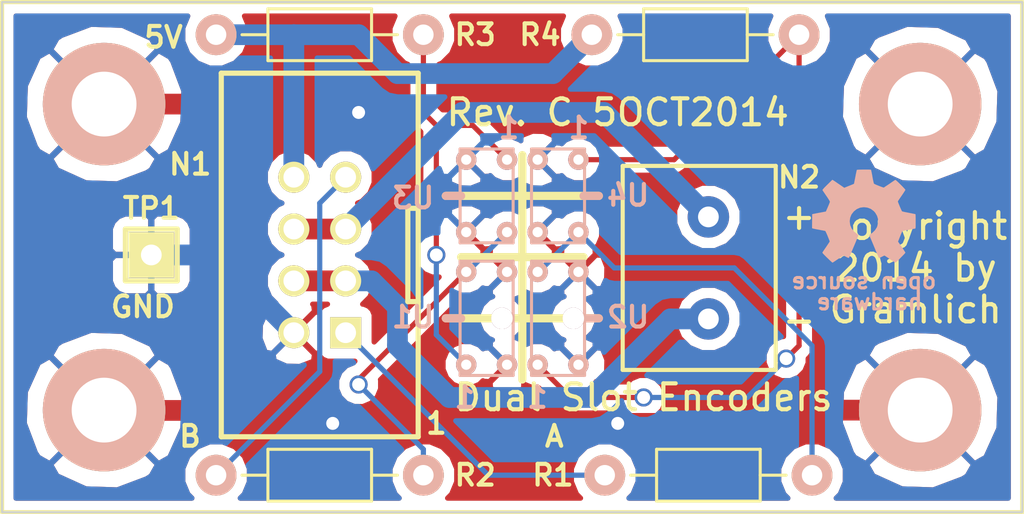
<source format=kicad_pcb>
(kicad_pcb (version 4) (host pcbnew "(2014-jul-16 BZR unknown)-product")

  (general
    (links 29)
    (no_connects 0)
    (area 99.898399 97.86 150.101601 125.3568)
    (thickness 1.6)
    (drawings 29)
    (tracks 69)
    (zones 0)
    (modules 16)
    (nets 11)
  )

  (page A4)
  (layers
    (0 F.Cu signal)
    (31 B.Cu signal)
    (32 B.Adhes user)
    (33 F.Adhes user)
    (34 B.Paste user)
    (35 F.Paste user)
    (36 B.SilkS user)
    (37 F.SilkS user)
    (38 B.Mask user)
    (39 F.Mask user)
    (40 Dwgs.User user)
    (41 Cmts.User user)
    (42 Eco1.User user)
    (43 Eco2.User user)
    (44 Edge.Cuts user)
  )

  (setup
    (last_trace_width 0.254)
    (trace_clearance 0.254)
    (zone_clearance 0.508)
    (zone_45_only no)
    (trace_min 0.254)
    (segment_width 0.2032)
    (edge_width 0.1)
    (via_size 0.889)
    (via_drill 0.635)
    (via_min_size 0.889)
    (via_min_drill 0.508)
    (uvia_size 0.508)
    (uvia_drill 0.127)
    (uvias_allowed no)
    (uvia_min_size 0.508)
    (uvia_min_drill 0.127)
    (pcb_text_width 0.3)
    (pcb_text_size 1.5 1.5)
    (mod_edge_width 0.15)
    (mod_text_size 1 1)
    (mod_text_width 0.15)
    (pad_size 1 1)
    (pad_drill 0.5)
    (pad_to_mask_clearance 0)
    (aux_axis_origin 0 0)
    (visible_elements 7FFEFFFF)
    (pcbplotparams
      (layerselection 0x010f0_80000001)
      (usegerberextensions true)
      (excludeedgelayer true)
      (linewidth 0.100000)
      (plotframeref false)
      (viasonmask false)
      (mode 1)
      (useauxorigin false)
      (hpglpennumber 1)
      (hpglpenspeed 20)
      (hpglpendiameter 15)
      (hpglpenoverlay 2)
      (psnegative false)
      (psa4output false)
      (plotreference true)
      (plotvalue true)
      (plotinvisibletext false)
      (padsonsilk false)
      (subtractmaskfromsilk false)
      (outputformat 1)
      (mirror false)
      (drillshape 0)
      (scaleselection 1)
      (outputdirectory ""))
  )

  (net 0 "")
  (net 1 "Net-(R1-Pad1)")
  (net 2 "Net-(R2-Pad1)")
  (net 3 "Net-(R3-Pad1)")
  (net 4 /GND)
  (net 5 /A)
  (net 6 /B)
  (net 7 /5V)
  (net 8 "Net-(R4-Pad1)")
  (net 9 /MOTOR-)
  (net 10 /MOTOR+)

  (net_class Default "This is the default net class."
    (clearance 0.254)
    (trace_width 0.254)
    (via_dia 0.889)
    (via_drill 0.635)
    (uvia_dia 0.508)
    (uvia_drill 0.127)
    (add_net /A)
    (add_net /B)
    (add_net "Net-(R1-Pad1)")
    (add_net "Net-(R2-Pad1)")
    (add_net "Net-(R3-Pad1)")
    (add_net "Net-(R4-Pad1)")
  )

  (net_class Power ""
    (clearance 0.254)
    (trace_width 1.016)
    (via_dia 0.889)
    (via_drill 0.635)
    (uvia_dia 0.508)
    (uvia_drill 0.127)
    (add_net /5V)
    (add_net /GND)
    (add_net /MOTOR+)
    (add_net /MOTOR-)
  )

  (module dual_slot_encoders:OSHW_LOGO_200mil (layer B.Cu) (tedit 0) (tstamp 54318570)
    (at 142.24 110.49)
    (path /53C1B3B3)
    (fp_text reference G1 (at 0 -2.6924) (layer B.SilkS) hide
      (effects (font (size 0.23114 0.23114) (thickness 0.04572)) (justify mirror))
    )
    (fp_text value OSHW_LOGO (at 0 2.6924) (layer B.SilkS) hide
      (effects (font (size 0.23114 0.23114) (thickness 0.04572)) (justify mirror))
    )
    (fp_poly (pts (xy -1.53924 2.28092) (xy -1.5113 2.26822) (xy -1.45288 2.23012) (xy -1.36906 2.17424)
      (xy -1.26746 2.10566) (xy -1.1684 2.03962) (xy -1.08458 1.98374) (xy -1.02616 1.94564)
      (xy -1.0033 1.93294) (xy -0.9906 1.93802) (xy -0.94234 1.96088) (xy -0.87122 1.99644)
      (xy -0.83312 2.01676) (xy -0.76708 2.0447) (xy -0.7366 2.04978) (xy -0.73152 2.04216)
      (xy -0.70866 1.9939) (xy -0.67056 1.91008) (xy -0.6223 1.80086) (xy -0.56896 1.67132)
      (xy -0.51054 1.53162) (xy -0.44958 1.38938) (xy -0.3937 1.25476) (xy -0.34544 1.13284)
      (xy -0.3048 1.03378) (xy -0.2794 0.9652) (xy -0.26924 0.93472) (xy -0.27178 0.92964)
      (xy -0.3048 0.89916) (xy -0.36068 0.85598) (xy -0.48006 0.75946) (xy -0.59944 0.61214)
      (xy -0.67056 0.44196) (xy -0.69342 0.25654) (xy -0.6731 0.08382) (xy -0.60706 -0.08128)
      (xy -0.49022 -0.23114) (xy -0.34798 -0.3429) (xy -0.18542 -0.41402) (xy 0 -0.43688)
      (xy 0.17526 -0.41656) (xy 0.34544 -0.35052) (xy 0.4953 -0.23622) (xy 0.5588 -0.16256)
      (xy 0.6477 -0.01016) (xy 0.69596 0.14986) (xy 0.70104 0.19304) (xy 0.69342 0.37084)
      (xy 0.64262 0.54102) (xy 0.5461 0.69342) (xy 0.41656 0.82042) (xy 0.40132 0.83058)
      (xy 0.34036 0.8763) (xy 0.29972 0.90678) (xy 0.2667 0.93472) (xy 0.4953 1.48082)
      (xy 0.53086 1.56718) (xy 0.59182 1.71704) (xy 0.6477 1.84658) (xy 0.69088 1.94818)
      (xy 0.72136 2.01676) (xy 0.73406 2.0447) (xy 0.7366 2.0447) (xy 0.75692 2.04978)
      (xy 0.79756 2.03454) (xy 0.87376 1.99644) (xy 0.92456 1.97104) (xy 0.98298 1.9431)
      (xy 1.00838 1.93294) (xy 1.03124 1.94564) (xy 1.08712 1.9812) (xy 1.1684 2.03454)
      (xy 1.26746 2.10058) (xy 1.3589 2.16408) (xy 1.44526 2.2225) (xy 1.50876 2.2606)
      (xy 1.5367 2.27838) (xy 1.54178 2.27838) (xy 1.56972 2.26314) (xy 1.61798 2.2225)
      (xy 1.69418 2.15138) (xy 1.79832 2.04724) (xy 1.81356 2.032) (xy 1.89992 1.9431)
      (xy 1.97104 1.86944) (xy 2.0193 1.8161) (xy 2.03454 1.79324) (xy 2.03454 1.79324)
      (xy 2.0193 1.76276) (xy 1.9812 1.7018) (xy 1.92278 1.6129) (xy 1.8542 1.5113)
      (xy 1.67386 1.24968) (xy 1.77292 1.00076) (xy 1.8034 0.92456) (xy 1.8415 0.83312)
      (xy 1.87198 0.76708) (xy 1.88722 0.73914) (xy 1.91262 0.72898) (xy 1.9812 0.7112)
      (xy 2.08026 0.69088) (xy 2.1971 0.67056) (xy 2.30886 0.65024) (xy 2.41046 0.62992)
      (xy 2.48412 0.61722) (xy 2.51714 0.6096) (xy 2.52476 0.60452) (xy 2.52984 0.58928)
      (xy 2.53492 0.55372) (xy 2.53746 0.49276) (xy 2.53746 0.39624) (xy 2.53746 0.25654)
      (xy 2.53746 0.2413) (xy 2.53746 0.10668) (xy 2.53492 0) (xy 2.53238 -0.06604)
      (xy 2.5273 -0.09398) (xy 2.5273 -0.09398) (xy 2.49428 -0.1016) (xy 2.42316 -0.11684)
      (xy 2.32156 -0.13716) (xy 2.20218 -0.16002) (xy 2.19456 -0.16256) (xy 2.07518 -0.18542)
      (xy 1.97358 -0.20574) (xy 1.90246 -0.22352) (xy 1.87198 -0.23114) (xy 1.8669 -0.2413)
      (xy 1.8415 -0.28702) (xy 1.80848 -0.36068) (xy 1.76784 -0.45212) (xy 1.72974 -0.5461)
      (xy 1.69418 -0.63246) (xy 1.67132 -0.69596) (xy 1.66624 -0.7239) (xy 1.66624 -0.7239)
      (xy 1.68402 -0.75438) (xy 1.72466 -0.81534) (xy 1.78308 -0.9017) (xy 1.8542 -1.0033)
      (xy 1.85928 -1.01092) (xy 1.92786 -1.11252) (xy 1.98374 -1.19888) (xy 2.02184 -1.25984)
      (xy 2.03454 -1.28778) (xy 2.03454 -1.29032) (xy 2.01168 -1.3208) (xy 1.96088 -1.37668)
      (xy 1.88722 -1.45542) (xy 1.79832 -1.54432) (xy 1.77038 -1.57226) (xy 1.67132 -1.66878)
      (xy 1.60274 -1.73228) (xy 1.55956 -1.7653) (xy 1.53924 -1.77292) (xy 1.53924 -1.77292)
      (xy 1.50876 -1.75514) (xy 1.44272 -1.71196) (xy 1.35636 -1.65354) (xy 1.25476 -1.58242)
      (xy 1.24714 -1.57734) (xy 1.14554 -1.50876) (xy 1.05918 -1.45288) (xy 1.00076 -1.41224)
      (xy 0.97282 -1.397) (xy 0.97028 -1.397) (xy 0.9271 -1.4097) (xy 0.85598 -1.4351)
      (xy 0.76708 -1.46812) (xy 0.6731 -1.50622) (xy 0.58674 -1.54178) (xy 0.52324 -1.57226)
      (xy 0.49276 -1.5875) (xy 0.49276 -1.59004) (xy 0.4826 -1.6256) (xy 0.46482 -1.7018)
      (xy 0.44196 -1.80594) (xy 0.4191 -1.9304) (xy 0.41656 -1.95072) (xy 0.3937 -2.07264)
      (xy 0.37338 -2.1717) (xy 0.35814 -2.24028) (xy 0.35306 -2.27076) (xy 0.33528 -2.2733)
      (xy 0.27432 -2.27838) (xy 0.18542 -2.28092) (xy 0.0762 -2.28092) (xy -0.0381 -2.28092)
      (xy -0.14986 -2.27838) (xy -0.24638 -2.27584) (xy -0.31496 -2.27076) (xy -0.3429 -2.26568)
      (xy -0.3429 -2.26314) (xy -0.3556 -2.22504) (xy -0.37084 -2.14884) (xy -0.3937 -2.0447)
      (xy -0.41656 -1.92024) (xy -0.42164 -1.89738) (xy -0.4445 -1.778) (xy -0.46482 -1.67894)
      (xy -0.47752 -1.61036) (xy -0.48514 -1.58242) (xy -0.49784 -1.57734) (xy -0.5461 -1.55448)
      (xy -0.62738 -1.52146) (xy -0.72898 -1.48082) (xy -0.96012 -1.38684) (xy -1.2446 -1.58242)
      (xy -1.27254 -1.6002) (xy -1.37414 -1.67132) (xy -1.45796 -1.7272) (xy -1.51638 -1.7653)
      (xy -1.54178 -1.778) (xy -1.54432 -1.778) (xy -1.57226 -1.7526) (xy -1.62814 -1.69926)
      (xy -1.70434 -1.62306) (xy -1.79578 -1.53416) (xy -1.86182 -1.46812) (xy -1.94056 -1.38938)
      (xy -1.98882 -1.3335) (xy -2.01676 -1.30048) (xy -2.02692 -1.28016) (xy -2.02438 -1.26492)
      (xy -2.0066 -1.23698) (xy -1.96342 -1.17348) (xy -1.905 -1.08712) (xy -1.83642 -0.98552)
      (xy -1.778 -0.9017) (xy -1.71704 -0.80518) (xy -1.6764 -0.7366) (xy -1.6637 -0.70358)
      (xy -1.66624 -0.69088) (xy -1.68656 -0.635) (xy -1.71958 -0.55118) (xy -1.76276 -0.44958)
      (xy -1.86182 -0.22352) (xy -2.00914 -0.19558) (xy -2.10058 -0.1778) (xy -2.22504 -0.15494)
      (xy -2.34442 -0.13208) (xy -2.53238 -0.09398) (xy -2.54 0.59182) (xy -2.50952 0.60452)
      (xy -2.48158 0.61214) (xy -2.413 0.62738) (xy -2.31394 0.6477) (xy -2.1971 0.66802)
      (xy -2.09804 0.68834) (xy -1.99644 0.70612) (xy -1.92532 0.72136) (xy -1.8923 0.72644)
      (xy -1.88468 0.73914) (xy -1.85928 0.7874) (xy -1.82372 0.8636) (xy -1.78308 0.95758)
      (xy -1.74498 1.0541) (xy -1.70942 1.143) (xy -1.68402 1.20904) (xy -1.67386 1.2446)
      (xy -1.6891 1.27254) (xy -1.7272 1.33096) (xy -1.78308 1.41478) (xy -1.84912 1.51384)
      (xy -1.9177 1.6129) (xy -1.97612 1.69926) (xy -2.01676 1.76022) (xy -2.032 1.78816)
      (xy -2.02438 1.80848) (xy -1.98374 1.85674) (xy -1.91008 1.93294) (xy -1.79832 2.0447)
      (xy -1.778 2.06248) (xy -1.6891 2.14884) (xy -1.61544 2.21742) (xy -1.5621 2.26314)
      (xy -1.53924 2.28092)) (layer B.SilkS) (width 0.00254))
  )

  (module dual_slot_encoders:MountingHole_3mm (layer F.Cu) (tedit 53C1E7D7) (tstamp 54318571)
    (at 105 105)
    (descr "Mounting hole, Befestigungsbohrung, 3mm, No Annular, Kein Restring,")
    (tags "Mounting hole, Befestigungsbohrung, 3mm, No Annular, Kein Restring,")
    (path /53C1592C)
    (fp_text reference H1 (at 0 0) (layer F.SilkS)
      (effects (font (size 1.016 1.016) (thickness 0.2032)))
    )
    (fp_text value 3MM_HOLE (at 0 4.29) (layer F.SilkS) hide
      (effects (font (size 1.016 1.016) (thickness 0.2032)))
    )
    (fp_circle (center 0 0) (end 3 0) (layer Cmts.User) (width 0.381))
    (pad 1 thru_hole circle (at 0 0) (size 6 6) (drill 3.175) (layers *.Cu *.SilkS *.Mask)
      (net 4 /GND))
  )

  (module dual_slot_encoders:MountingHole_3mm (layer F.Cu) (tedit 53C1E7D7) (tstamp 54318575)
    (at 145 105)
    (descr "Mounting hole, Befestigungsbohrung, 3mm, No Annular, Kein Restring,")
    (tags "Mounting hole, Befestigungsbohrung, 3mm, No Annular, Kein Restring,")
    (path /53C1668B)
    (fp_text reference H2 (at 0 0) (layer F.SilkS)
      (effects (font (size 1.016 1.016) (thickness 0.2032)))
    )
    (fp_text value 3MM_HOLE (at 0 4.29) (layer F.SilkS) hide
      (effects (font (size 1.016 1.016) (thickness 0.2032)))
    )
    (fp_circle (center 0 0) (end 3 0) (layer Cmts.User) (width 0.381))
    (pad 1 thru_hole circle (at 0 0) (size 6 6) (drill 3.175) (layers *.Cu *.SilkS *.Mask)
      (net 4 /GND))
  )

  (module dual_slot_encoders:MountingHole_3mm (layer F.Cu) (tedit 53C1E7D7) (tstamp 54318579)
    (at 105 120)
    (descr "Mounting hole, Befestigungsbohrung, 3mm, No Annular, Kein Restring,")
    (tags "Mounting hole, Befestigungsbohrung, 3mm, No Annular, Kein Restring,")
    (path /53C166B8)
    (fp_text reference H3 (at 0 0) (layer F.SilkS)
      (effects (font (size 1.016 1.016) (thickness 0.2032)))
    )
    (fp_text value 3MM_HOLE (at 0 4.29) (layer F.SilkS) hide
      (effects (font (size 1.016 1.016) (thickness 0.2032)))
    )
    (fp_circle (center 0 0) (end 3 0) (layer Cmts.User) (width 0.381))
    (pad 1 thru_hole circle (at 0 0) (size 6 6) (drill 3.175) (layers *.Cu *.SilkS *.Mask)
      (net 4 /GND))
  )

  (module dual_slot_encoders:MountingHole_3mm (layer F.Cu) (tedit 53C1E7D7) (tstamp 5431857D)
    (at 145 120)
    (descr "Mounting hole, Befestigungsbohrung, 3mm, No Annular, Kein Restring,")
    (tags "Mounting hole, Befestigungsbohrung, 3mm, No Annular, Kein Restring,")
    (path /53C166E2)
    (fp_text reference H4 (at 0 0) (layer F.SilkS)
      (effects (font (size 1.016 1.016) (thickness 0.2032)))
    )
    (fp_text value 3MM_HOLE (at 0 4.29) (layer F.SilkS) hide
      (effects (font (size 1.016 1.016) (thickness 0.2032)))
    )
    (fp_circle (center 0 0) (end 3 0) (layer Cmts.User) (width 0.381))
    (pad 1 thru_hole circle (at 0 0) (size 6 6) (drill 3.175) (layers *.Cu *.SilkS *.Mask)
      (net 4 /GND))
  )

  (module dual_slot_encoders:Pin_Header_Straight_2x04_Shrouded (layer F.Cu) (tedit 543189BE) (tstamp 54318581)
    (at 115.57 112.395 90)
    (descr "Male 2x5 Header 2.54mm pitch")
    (tags CONN)
    (path /5431825B)
    (fp_text reference N1 (at 4.445 -6.35 180) (layer F.SilkS)
      (effects (font (size 1.016 1.016) (thickness 0.2032)))
    )
    (fp_text value MOTOR_ENCODER_CONN (at 0 6.5 90) (layer F.SilkS) hide
      (effects (font (size 1.016 1.016) (thickness 0.2032)))
    )
    (fp_line (start 2.286 4.826) (end 2.286 4.318) (layer F.SilkS) (width 0.254))
    (fp_line (start 2.286 4.318) (end -2.286 4.318) (layer F.SilkS) (width 0.254))
    (fp_line (start -2.286 4.318) (end -2.286 4.826) (layer F.SilkS) (width 0.254))
    (fp_line (start -8.91 -4.826) (end 8.91 -4.826) (layer F.SilkS) (width 0.254))
    (fp_line (start 8.91 -4.826) (end 8.91 4.826) (layer F.SilkS) (width 0.254))
    (fp_line (start 8.91 4.826) (end -8.91 4.826) (layer F.SilkS) (width 0.254))
    (fp_line (start -8.91 4.826) (end -8.91 -4.826) (layer F.SilkS) (width 0.254))
    (pad 1 thru_hole rect (at -3.81 1.27 90) (size 1.524 1.524) (drill 1.016) (layers *.Cu *.Mask F.SilkS)
      (net 5 /A))
    (pad 2 thru_hole circle (at -3.81 -1.27 90) (size 1.524 1.524) (drill 1.016) (layers *.Cu *.Mask F.SilkS)
      (net 4 /GND))
    (pad 3 thru_hole circle (at -1.27 1.27 90) (size 1.524 1.524) (drill 1.016) (layers *.Cu *.Mask F.SilkS)
      (net 9 /MOTOR-))
    (pad 4 thru_hole circle (at -1.27 -1.27 90) (size 1.524 1.524) (drill 1.016) (layers *.Cu *.Mask F.SilkS)
      (net 9 /MOTOR-))
    (pad 5 thru_hole circle (at 1.27 1.27 90) (size 1.524 1.524) (drill 1.016) (layers *.Cu *.Mask F.SilkS)
      (net 10 /MOTOR+))
    (pad 6 thru_hole circle (at 1.27 -1.27 90) (size 1.524 1.524) (drill 1.016) (layers *.Cu *.Mask F.SilkS)
      (net 10 /MOTOR+))
    (pad 7 thru_hole circle (at 3.81 1.27 90) (size 1.524 1.524) (drill 1.016) (layers *.Cu *.Mask F.SilkS)
      (net 6 /B))
    (pad 8 thru_hole circle (at 3.81 -1.27 90) (size 1.524 1.524) (drill 1.016) (layers *.Cu *.Mask F.SilkS)
      (net 7 /5V))
    (model pin_array/pins_array_5x2.wrl
      (at (xyz 0 0 0))
      (scale (xyz 1 1 1))
      (rotate (xyz 0 0 0))
    )
  )

  (module dual_slot_encoders:Resistor_Horizontal_400 (layer F.Cu) (tedit 54318771) (tstamp 54318592)
    (at 134.62 123.19 180)
    (descr "Resistor, Axial,  RM 10mm, 1/3W,")
    (tags "Resistor, Axial, RM 10mm, 1/3W,")
    (path /53C161E7)
    (fp_text reference R1 (at 7.62 0 180) (layer F.SilkS)
      (effects (font (size 1.016 1.016) (thickness 0.2032)))
    )
    (fp_text value 10K (at -0.02 2.47 180) (layer F.SilkS) hide
      (effects (font (size 1.016 1.016) (thickness 0.2032)))
    )
    (fp_line (start 2.54 0) (end 3.81 0) (layer F.SilkS) (width 0.15))
    (fp_line (start -2.54 0) (end -3.81 0) (layer F.SilkS) (width 0.15))
    (fp_line (start -2.54 -1.27) (end -2.54 1.27) (layer F.SilkS) (width 0.15))
    (fp_line (start -2.54 1.27) (end 2.54 1.27) (layer F.SilkS) (width 0.15))
    (fp_line (start 2.54 1.27) (end 2.54 -1.27) (layer F.SilkS) (width 0.15))
    (fp_line (start 2.54 -1.27) (end -2.54 -1.27) (layer F.SilkS) (width 0.15))
    (pad 1 thru_hole circle (at -5.08 0 180) (size 1.99898 1.99898) (drill 1.00076) (layers *.Cu *.SilkS *.Mask)
      (net 1 "Net-(R1-Pad1)"))
    (pad 2 thru_hole circle (at 5.08 0 180) (size 1.99898 1.99898) (drill 1.00076) (layers *.Cu *.SilkS *.Mask)
      (net 5 /A))
  )

  (module dual_slot_encoders:Resistor_Horizontal_400 (layer F.Cu) (tedit 5431876C) (tstamp 54318597)
    (at 115.57 123.19 180)
    (descr "Resistor, Axial,  RM 10mm, 1/3W,")
    (tags "Resistor, Axial, RM 10mm, 1/3W,")
    (path /53C158FC)
    (fp_text reference R2 (at -7.62 0 180) (layer F.SilkS)
      (effects (font (size 1.016 1.016) (thickness 0.2032)))
    )
    (fp_text value 10K (at -0.02 2.47 180) (layer F.SilkS) hide
      (effects (font (size 1.016 1.016) (thickness 0.2032)))
    )
    (fp_line (start 2.54 0) (end 3.81 0) (layer F.SilkS) (width 0.15))
    (fp_line (start -2.54 0) (end -3.81 0) (layer F.SilkS) (width 0.15))
    (fp_line (start -2.54 -1.27) (end -2.54 1.27) (layer F.SilkS) (width 0.15))
    (fp_line (start -2.54 1.27) (end 2.54 1.27) (layer F.SilkS) (width 0.15))
    (fp_line (start 2.54 1.27) (end 2.54 -1.27) (layer F.SilkS) (width 0.15))
    (fp_line (start 2.54 -1.27) (end -2.54 -1.27) (layer F.SilkS) (width 0.15))
    (pad 1 thru_hole circle (at -5.08 0 180) (size 1.99898 1.99898) (drill 1.00076) (layers *.Cu *.SilkS *.Mask)
      (net 2 "Net-(R2-Pad1)"))
    (pad 2 thru_hole circle (at 5.08 0 180) (size 1.99898 1.99898) (drill 1.00076) (layers *.Cu *.SilkS *.Mask)
      (net 6 /B))
  )

  (module dual_slot_encoders:Resistor_Horizontal_400 (layer F.Cu) (tedit 54318762) (tstamp 5431859C)
    (at 115.57 101.6 180)
    (descr "Resistor, Axial,  RM 10mm, 1/3W,")
    (tags "Resistor, Axial, RM 10mm, 1/3W,")
    (path /53C15E4E)
    (fp_text reference R3 (at -7.62 0 180) (layer F.SilkS)
      (effects (font (size 1.016 1.016) (thickness 0.2032)))
    )
    (fp_text value 470 (at -0.02 2.47 180) (layer F.SilkS) hide
      (effects (font (size 1.016 1.016) (thickness 0.2032)))
    )
    (fp_line (start 2.54 0) (end 3.81 0) (layer F.SilkS) (width 0.15))
    (fp_line (start -2.54 0) (end -3.81 0) (layer F.SilkS) (width 0.15))
    (fp_line (start -2.54 -1.27) (end -2.54 1.27) (layer F.SilkS) (width 0.15))
    (fp_line (start -2.54 1.27) (end 2.54 1.27) (layer F.SilkS) (width 0.15))
    (fp_line (start 2.54 1.27) (end 2.54 -1.27) (layer F.SilkS) (width 0.15))
    (fp_line (start 2.54 -1.27) (end -2.54 -1.27) (layer F.SilkS) (width 0.15))
    (pad 1 thru_hole circle (at -5.08 0 180) (size 1.99898 1.99898) (drill 1.00076) (layers *.Cu *.SilkS *.Mask)
      (net 3 "Net-(R3-Pad1)"))
    (pad 2 thru_hole circle (at 5.08 0 180) (size 1.99898 1.99898) (drill 1.00076) (layers *.Cu *.SilkS *.Mask)
      (net 7 /5V))
  )

  (module dual_slot_encoders:Resistor_Horizontal_400 (layer F.Cu) (tedit 54318769) (tstamp 543185A1)
    (at 133.985 101.6 180)
    (descr "Resistor, Axial,  RM 10mm, 1/3W,")
    (tags "Resistor, Axial, RM 10mm, 1/3W,")
    (path /53C1F063)
    (fp_text reference R4 (at 7.62 0 180) (layer F.SilkS)
      (effects (font (size 1.016 1.016) (thickness 0.2032)))
    )
    (fp_text value 470 (at -0.02 2.47 180) (layer F.SilkS) hide
      (effects (font (size 1.016 1.016) (thickness 0.2032)))
    )
    (fp_line (start 2.54 0) (end 3.81 0) (layer F.SilkS) (width 0.15))
    (fp_line (start -2.54 0) (end -3.81 0) (layer F.SilkS) (width 0.15))
    (fp_line (start -2.54 -1.27) (end -2.54 1.27) (layer F.SilkS) (width 0.15))
    (fp_line (start -2.54 1.27) (end 2.54 1.27) (layer F.SilkS) (width 0.15))
    (fp_line (start 2.54 1.27) (end 2.54 -1.27) (layer F.SilkS) (width 0.15))
    (fp_line (start 2.54 -1.27) (end -2.54 -1.27) (layer F.SilkS) (width 0.15))
    (pad 1 thru_hole circle (at -5.08 0 180) (size 1.99898 1.99898) (drill 1.00076) (layers *.Cu *.SilkS *.Mask)
      (net 8 "Net-(R4-Pad1)"))
    (pad 2 thru_hole circle (at 5.08 0 180) (size 1.99898 1.99898) (drill 1.00076) (layers *.Cu *.SilkS *.Mask)
      (net 7 /5V))
  )

  (module dual_slot_encoders:Pin_Header_Straight_1x01 (layer F.Cu) (tedit 53C1F856) (tstamp 543185A6)
    (at 107.315 112.395)
    (descr "1 pin")
    (tags "CONN DEV")
    (path /53C1F775)
    (fp_text reference TP1 (at 0 -2.286) (layer F.SilkS)
      (effects (font (size 1.016 1.016) (thickness 0.2032)))
    )
    (fp_text value GND (at 0 2.3) (layer F.SilkS) hide
      (effects (font (size 1.016 1.016) (thickness 0.2032)))
    )
    (fp_line (start -1.27 -1.27) (end -1.27 1.27) (layer F.SilkS) (width 0.254))
    (fp_line (start -1.27 1.27) (end 1.27 1.27) (layer F.SilkS) (width 0.254))
    (fp_line (start 1.27 1.27) (end 1.27 -1.27) (layer F.SilkS) (width 0.254))
    (fp_line (start 1.27 -1.27) (end -1.27 -1.27) (layer F.SilkS) (width 0.254))
    (pad 1 thru_hole rect (at 0 0) (size 2.2352 2.2352) (drill 1.016) (layers *.Cu *.Mask F.SilkS)
      (net 4 /GND))
    (model Pin_Headers/Pin_Header_Straight_1x01.wrl
      (at (xyz 0 0 0))
      (scale (xyz 1 1 1))
      (rotate (xyz 0 0 0))
    )
  )

  (module dual_slot_encoders:GP1S094HCZ0F (layer B.Cu) (tedit 543190AF) (tstamp 543185AA)
    (at 123.75 115.5 270)
    (path /53C15B87)
    (fp_text reference U1 (at -0.057 3.608 360) (layer B.SilkS)
      (effects (font (size 1.016 1.016) (thickness 0.2032)) (justify mirror))
    )
    (fp_text value GP1S094HCZ0F (at 0 2.3 270) (layer B.SilkS) hide
      (effects (font (size 1.016 1.016) (thickness 0.2032)) (justify mirror))
    )
    (fp_text user 1 (at 3.88 1.068 360) (layer B.SilkS)
      (effects (font (size 1.016 1.016) (thickness 0.2032)) (justify mirror))
    )
    (fp_line (start -2.8 1.3) (end 2.8 1.3) (layer B.SilkS) (width 0.15))
    (fp_line (start 2.8 1.3) (end 2.8 -1.3) (layer B.SilkS) (width 0.15))
    (fp_line (start 2.8 -1.3) (end -2.8 -1.3) (layer B.SilkS) (width 0.15))
    (fp_line (start -2.8 -1.3) (end -2.8 1.3) (layer B.SilkS) (width 0.15))
    (pad 1 thru_hole circle (at 2.274 1 270) (size 1 1) (drill 0.5) (layers *.Cu *.Mask B.SilkS)
      (net 3 "Net-(R3-Pad1)"))
    (pad 4 thru_hole circle (at 2.275 -1 270) (size 1 1) (drill 0.5) (layers *.Cu *.Mask B.SilkS)
      (net 4 /GND))
    (pad 2 thru_hole circle (at -2.275 1 270) (size 1 1) (drill 0.5) (layers *.Cu *.Mask B.SilkS)
      (net 2 "Net-(R2-Pad1)"))
    (pad 3 thru_hole circle (at -2.275 -1 270) (size 1 1) (drill 0.5) (layers *.Cu *.Mask B.SilkS)
      (net 4 /GND))
    (pad "" thru_hole circle (at 0 -0.75 270) (size 1.05 1.05) (drill 1.05) (layers *.Cu *.Mask B.SilkS))
  )

  (module dual_slot_encoders:GP1S094HCZ0F (layer B.Cu) (tedit 543190B9) (tstamp 543185B2)
    (at 127.25 115.5 270)
    (path /53C15BBA)
    (fp_text reference U2 (at -0.057 -3.433 360) (layer B.SilkS)
      (effects (font (size 1.016 1.016) (thickness 0.2032)) (justify mirror))
    )
    (fp_text value GP1S094HCZ0F (at 0 2.3 270) (layer B.SilkS) hide
      (effects (font (size 1.016 1.016) (thickness 0.2032)) (justify mirror))
    )
    (fp_text user 1 (at 3.88 1.012 360) (layer B.SilkS)
      (effects (font (size 1.016 1.016) (thickness 0.2032)) (justify mirror))
    )
    (fp_line (start -2.8 1.3) (end 2.8 1.3) (layer B.SilkS) (width 0.15))
    (fp_line (start 2.8 1.3) (end 2.8 -1.3) (layer B.SilkS) (width 0.15))
    (fp_line (start 2.8 -1.3) (end -2.8 -1.3) (layer B.SilkS) (width 0.15))
    (fp_line (start -2.8 -1.3) (end -2.8 1.3) (layer B.SilkS) (width 0.15))
    (pad 1 thru_hole circle (at 2.274 1 270) (size 1 1) (drill 0.5) (layers *.Cu *.Mask B.SilkS)
      (net 8 "Net-(R4-Pad1)"))
    (pad 4 thru_hole circle (at 2.275 -1 270) (size 1 1) (drill 0.5) (layers *.Cu *.Mask B.SilkS)
      (net 4 /GND))
    (pad 2 thru_hole circle (at -2.275 1 270) (size 1 1) (drill 0.5) (layers *.Cu *.Mask B.SilkS)
      (net 1 "Net-(R1-Pad1)"))
    (pad 3 thru_hole circle (at -2.275 -1 270) (size 1 1) (drill 0.5) (layers *.Cu *.Mask B.SilkS)
      (net 4 /GND))
    (pad "" thru_hole circle (at 0 -0.75 270) (size 1.05 1.05) (drill 1.05) (layers *.Cu *.Mask B.SilkS))
  )

  (module dual_slot_encoders:GP1S097HCZ0F (layer B.Cu) (tedit 543190C0) (tstamp 543185BA)
    (at 123.75 109.5 90)
    (path /53C15B02)
    (fp_text reference U3 (at -0.101 -3.608 180) (layer B.SilkS)
      (effects (font (size 1.016 1.016) (thickness 0.2032)) (justify mirror))
    )
    (fp_text value GPS1S97HCZ0F (at 0 2 90) (layer B.SilkS) hide
      (effects (font (size 1.016 1.016) (thickness 0.2032)) (justify mirror))
    )
    (fp_text user 1 (at 3.328 1.091 180) (layer B.SilkS)
      (effects (font (size 1.016 1.016) (thickness 0.2032)) (justify mirror))
    )
    (fp_line (start -2.3 1.3) (end 2.3 1.3) (layer B.SilkS) (width 0.15))
    (fp_line (start 2.3 1.3) (end 2.3 -1.3) (layer B.SilkS) (width 0.15))
    (fp_line (start 2.3 -1.3) (end -2.3 -1.3) (layer B.SilkS) (width 0.15))
    (fp_line (start -2.3 -1.3) (end -2.3 1.3) (layer B.SilkS) (width 0.15))
    (pad 1 thru_hole circle (at 1.775 1 90) (size 1 1) (drill 0.5) (layers *.Cu *.Mask B.SilkS)
      (net 3 "Net-(R3-Pad1)"))
    (pad 4 thru_hole circle (at 1.775 -1 90) (size 1 1) (drill 0.5) (layers *.Cu *.Mask B.SilkS)
      (net 4 /GND))
    (pad 2 thru_hole circle (at -1.775 1 90) (size 1 1) (drill 0.5) (layers *.Cu *.Mask B.SilkS)
      (net 2 "Net-(R2-Pad1)"))
    (pad 3 thru_hole circle (at -1.775 -1 90) (size 1 1) (drill 0.5) (layers *.Cu *.Mask B.SilkS)
      (net 4 /GND))
  )

  (module dual_slot_encoders:GP1S097HCZ0F (layer B.Cu) (tedit 543190C9) (tstamp 543185C1)
    (at 127.25 109.5 90)
    (path /53C15B57)
    (fp_text reference U4 (at 0.026 3.433 180) (layer B.SilkS)
      (effects (font (size 1.016 1.016) (thickness 0.2032)) (justify mirror))
    )
    (fp_text value GPS1S97HCZ0F (at 0 2 90) (layer B.SilkS) hide
      (effects (font (size 1.016 1.016) (thickness 0.2032)) (justify mirror))
    )
    (fp_text user 1 (at 3.328 1.02 180) (layer B.SilkS)
      (effects (font (size 1.016 1.016) (thickness 0.2032)) (justify mirror))
    )
    (fp_line (start -2.3 1.3) (end 2.3 1.3) (layer B.SilkS) (width 0.15))
    (fp_line (start 2.3 1.3) (end 2.3 -1.3) (layer B.SilkS) (width 0.15))
    (fp_line (start 2.3 -1.3) (end -2.3 -1.3) (layer B.SilkS) (width 0.15))
    (fp_line (start -2.3 -1.3) (end -2.3 1.3) (layer B.SilkS) (width 0.15))
    (pad 1 thru_hole circle (at 1.775 1 90) (size 1 1) (drill 0.5) (layers *.Cu *.Mask B.SilkS)
      (net 8 "Net-(R4-Pad1)"))
    (pad 4 thru_hole circle (at 1.775 -1 90) (size 1 1) (drill 0.5) (layers *.Cu *.Mask B.SilkS)
      (net 4 /GND))
    (pad 2 thru_hole circle (at -1.775 1 90) (size 1 1) (drill 0.5) (layers *.Cu *.Mask B.SilkS)
      (net 1 "Net-(R1-Pad1)"))
    (pad 3 thru_hole circle (at -1.775 -1 90) (size 1 1) (drill 0.5) (layers *.Cu *.Mask B.SilkS)
      (net 4 /GND))
  )

  (module dual_slot_encoders:5MM_TERMINAL_BLOCK_2_POS (layer F.Cu) (tedit 54318E6C) (tstamp 54318591)
    (at 134.62 113.03 90)
    (path /543185E5)
    (fp_text reference N2 (at 4.445 4.445 180) (layer F.SilkS)
      (effects (font (size 1.016 1.016) (thickness 0.2032)))
    )
    (fp_text value MOTOR_CONN (at 0 4.191 90) (layer F.SilkS) hide
      (effects (font (size 1.016 1.016) (thickness 0.2032)))
    )
    (fp_line (start -5 -4.2) (end -5 3.3) (layer F.SilkS) (width 0.2032))
    (fp_line (start -5 3.3) (end 5 3.3) (layer F.SilkS) (width 0.2032))
    (fp_line (start 5 3.3) (end 5 -4.2) (layer F.SilkS) (width 0.2032))
    (fp_line (start 5 -4.2) (end -5 -4.2) (layer F.SilkS) (width 0.2032))
    (pad 1 thru_hole circle (at -2.5 0 90) (size 2.032 2.032) (drill 1.016) (layers *.Cu *.Mask)
      (net 9 /MOTOR-))
    (pad 2 thru_hole circle (at 2.5 0 90) (size 2.032 2.032) (drill 1.016) (layers *.Cu *.Mask)
      (net 10 /MOTOR+))
  )

  (gr_text - (at 139.065 115.57) (layer F.SilkS)
    (effects (font (size 1.27 1.27) (thickness 0.2032)) (justify mirror))
  )
  (gr_text + (at 139.065 110.49) (layer F.SilkS)
    (effects (font (size 1.27 1.27) (thickness 0.2032)) (justify mirror))
  )
  (gr_line (start 100 125) (end 100 100) (angle 90) (layer Edge.Cuts) (width 0.1))
  (gr_line (start 150 125) (end 100 125) (angle 90) (layer Edge.Cuts) (width 0.1))
  (gr_line (start 150 100) (end 150 125) (angle 90) (layer Edge.Cuts) (width 0.1))
  (gr_line (start 100 100) (end 150 100) (angle 90) (layer Edge.Cuts) (width 0.1))
  (gr_text 5V (at 108.966 101.727) (layer F.SilkS)
    (effects (font (size 1.016 1.016) (thickness 0.2032)) (justify right))
  )
  (gr_text B (at 109.855 121.285) (layer F.SilkS)
    (effects (font (size 1.016 1.016) (thickness 0.2032)) (justify right))
  )
  (gr_text A (at 127.635 121.285) (layer F.SilkS)
    (effects (font (size 1.016 1.016) (thickness 0.2032)) (justify right))
  )
  (gr_text GND (at 108.585 114.935) (layer F.SilkS)
    (effects (font (size 1.016 1.016) (thickness 0.2032)) (justify right))
  )
  (gr_text 1 (at 121.285 120.65) (layer F.SilkS)
    (effects (font (size 1.016 1.016) (thickness 0.2032)))
  )
  (gr_line (start 129.25 109.5) (end 128.5 109.5) (angle 90) (layer B.SilkS) (width 0.4))
  (gr_line (start 121.75 109.5) (end 129.25 109.5) (angle 90) (layer F.SilkS) (width 0.4))
  (gr_line (start 121.75 109.5) (end 122.5 109.5) (angle 90) (layer B.SilkS) (width 0.4))
  (gr_line (start 128.5 115.5) (end 129.25 115.5) (angle 90) (layer B.SilkS) (width 0.4))
  (gr_line (start 122.5 115.5) (end 121.75 115.5) (angle 90) (layer B.SilkS) (width 0.4))
  (gr_text "Copyright\n2014 by\nGramlich" (at 144.78 113.03) (layer F.SilkS) (tstamp 5431888A)
    (effects (font (size 1.27 1.27) (thickness 0.2032)))
  )
  (gr_text "Rev. C 5OCT2014" (at 130.175 105.41) (layer F.SilkS)
    (effects (font (size 1.27 1.27) (thickness 0.2032)))
  )
  (gr_text "Dual Slot Encoders" (at 131.445 119.38) (layer F.SilkS)
    (effects (font (size 1.27 1.27) (thickness 0.2032)))
  )
  (gr_text hardware (at 142.51432 114.69624) (layer B.SilkS)
    (effects (font (size 0.762 0.762) (thickness 0.1524)) (justify mirror))
  )
  (gr_text "open source" (at 142.24 113.665) (layer B.SilkS)
    (effects (font (size 0.762 0.762) (thickness 0.1524)) (justify mirror))
  )
  (gr_line (start 121.75 115.5) (end 129.25 115.5) (angle 90) (layer F.SilkS) (width 0.4))
  (gr_line (start 125.5 107.5) (end 125.5 118.5) (angle 90) (layer F.SilkS) (width 0.4))
  (gr_line (start 122.5 112.5) (end 128.5 112.5) (angle 90) (layer F.SilkS) (width 0.4))
  (gr_line (start 100 125) (end 100 100) (angle 90) (layer F.SilkS) (width 0.2032))
  (gr_line (start 150 125) (end 100 125) (angle 90) (layer F.SilkS) (width 0.2032))
  (gr_line (start 150 100) (end 150 125) (angle 90) (layer F.SilkS) (width 0.2032))
  (gr_line (start 100 100) (end 150 100) (angle 90) (layer F.SilkS) (width 0.2032))
  (gr_line (start 100 100) (end 150 100) (angle 90) (layer F.SilkS) (width 0.2) (tstamp 53C19E0E))

  (segment (start 128.25 111.275) (end 130.005 113.03) (width 0.254) (layer B.Cu) (net 1))
  (segment (start 139.7 116.84) (end 139.7 123.19) (width 0.254) (layer B.Cu) (net 1) (tstamp 54318A0A))
  (segment (start 135.89 113.03) (end 139.7 116.84) (width 0.254) (layer B.Cu) (net 1) (tstamp 54318A08))
  (segment (start 130.005 113.03) (end 135.89 113.03) (width 0.254) (layer B.Cu) (net 1) (tstamp 54318A05))
  (segment (start 126.3 113.225) (end 128.25 111.275) (width 0.254) (layer B.Cu) (net 1) (tstamp 53D7CBE9))
  (segment (start 126.25 113.225) (end 126.3 113.225) (width 0.254) (layer B.Cu) (net 1))
  (segment (start 120.65 123.19) (end 120.65 121.92) (width 0.254) (layer B.Cu) (net 2))
  (segment (start 120.65 121.92) (end 117.475 118.745) (width 0.254) (layer B.Cu) (net 2) (tstamp 54318D0D))
  (segment (start 122.75 113.225) (end 117.475 118.5) (width 0.254) (layer F.Cu) (net 2))
  (via (at 117.475 118.745) (size 0.889) (layers F.Cu B.Cu) (net 2))
  (segment (start 117.475 118.5) (end 117.475 118.745) (width 0.254) (layer F.Cu) (net 2) (tstamp 54318C09))
  (segment (start 122.8 113.225) (end 122.75 113.225) (width 0.254) (layer B.Cu) (net 2) (tstamp 53D7CBC7))
  (segment (start 124.75 111.275) (end 122.8 113.225) (width 0.254) (layer B.Cu) (net 2))
  (segment (start 124.75 107.725) (end 123.07 106.045) (width 0.254) (layer F.Cu) (net 3))
  (segment (start 123.07 106.045) (end 121.285 106.045) (width 0.254) (layer F.Cu) (net 3) (tstamp 54318A9A))
  (segment (start 122.75 117.774) (end 121.285 116.309) (width 0.254) (layer B.Cu) (net 3))
  (segment (start 121.285 116.309) (end 121.285 112.395) (width 0.254) (layer B.Cu) (net 3) (tstamp 54318A71))
  (via (at 121.285 112.395) (size 0.889) (layers F.Cu B.Cu) (net 3))
  (segment (start 121.285 112.395) (end 121.285 106.045) (width 0.254) (layer F.Cu) (net 3) (tstamp 54318A81))
  (segment (start 120.65 105.41) (end 120.65 101.6) (width 0.254) (layer F.Cu) (net 3) (tstamp 54318A86))
  (segment (start 121.285 106.045) (end 120.65 105.41) (width 0.254) (layer F.Cu) (net 3) (tstamp 54318A82))
  (via (at 116.205 120.65) (size 0.889) (layers F.Cu B.Cu) (net 4))
  (segment (start 105 105) (end 117.065 105) (width 1.016) (layer F.Cu) (net 4))
  (via (at 117.475 105.41) (size 0.889) (layers F.Cu B.Cu) (net 4))
  (segment (start 117.065 105) (end 117.475 105.41) (width 1.016) (layer F.Cu) (net 4) (tstamp 54318CD4))
  (segment (start 105 120) (end 105.015 120.015) (width 1.016) (layer F.Cu) (net 4))
  (segment (start 105.015 120.015) (end 109.855 120.015) (width 1.016) (layer F.Cu) (net 4) (tstamp 54318C26))
  (segment (start 109.855 120.015) (end 110.49 120.65) (width 1.016) (layer F.Cu) (net 4) (tstamp 54318C2A))
  (segment (start 110.49 120.65) (end 116.205 120.65) (width 1.016) (layer F.Cu) (net 4) (tstamp 54318C2C))
  (segment (start 130.175 120.65) (end 138.43 120.65) (width 1.016) (layer F.Cu) (net 4) (tstamp 54319459))
  (segment (start 116.205 120.65) (end 130.175 120.65) (width 1.016) (layer F.Cu) (net 4) (tstamp 54318CE5))
  (segment (start 138.43 120.65) (end 139.08 120) (width 1.016) (layer F.Cu) (net 4) (tstamp 54318C47))
  (segment (start 139.08 120) (end 145 120) (width 1.016) (layer F.Cu) (net 4) (tstamp 54318C48))
  (segment (start 114.3 116.205) (end 110.49 112.395) (width 1.016) (layer B.Cu) (net 4))
  (segment (start 110.49 112.395) (end 107.315 112.395) (width 1.016) (layer B.Cu) (net 4) (tstamp 543189D1))
  (via (at 130.175 120.65) (size 0.889) (layers F.Cu B.Cu) (net 4))
  (segment (start 116.84 116.205) (end 123.825 123.19) (width 0.254) (layer B.Cu) (net 5))
  (segment (start 123.825 123.19) (end 129.54 123.19) (width 0.254) (layer B.Cu) (net 5) (tstamp 543189E8))
  (segment (start 116.84 108.585) (end 115.57 109.855) (width 0.254) (layer B.Cu) (net 6))
  (segment (start 115.57 118.11) (end 110.49 123.19) (width 0.254) (layer B.Cu) (net 6) (tstamp 54318BCA))
  (segment (start 115.57 109.855) (end 115.57 118.11) (width 0.254) (layer B.Cu) (net 6) (tstamp 54318BC5))
  (segment (start 114.3 108.585) (end 114.3 101.6) (width 1.016) (layer B.Cu) (net 7))
  (segment (start 128.905 101.6) (end 127 103.505) (width 1.016) (layer B.Cu) (net 7))
  (segment (start 117.475 101.6) (end 114.3 101.6) (width 1.016) (layer B.Cu) (net 7) (tstamp 5431894A))
  (segment (start 114.3 101.6) (end 110.49 101.6) (width 1.016) (layer B.Cu) (net 7) (tstamp 54318A2F))
  (segment (start 119.38 103.505) (end 117.475 101.6) (width 1.016) (layer B.Cu) (net 7) (tstamp 54318949))
  (segment (start 127 103.505) (end 119.38 103.505) (width 1.016) (layer B.Cu) (net 7) (tstamp 54318946))
  (segment (start 128.25 107.725) (end 132.94 107.725) (width 0.254) (layer F.Cu) (net 8))
  (segment (start 132.94 107.725) (end 139.065 101.6) (width 0.254) (layer F.Cu) (net 8) (tstamp 54318A3F))
  (segment (start 138.43 117.475) (end 139.065 116.84) (width 0.254) (layer F.Cu) (net 8) (tstamp 543193F8))
  (segment (start 139.065 116.84) (end 139.065 101.6) (width 0.254) (layer F.Cu) (net 8) (tstamp 54319344))
  (via (at 131.445 119.38) (size 0.889) (layers F.Cu B.Cu) (net 8))
  (segment (start 131.445 119.38) (end 136.525 119.38) (width 0.254) (layer B.Cu) (net 8) (tstamp 543193EE))
  (segment (start 136.525 119.38) (end 138.43 117.475) (width 0.254) (layer B.Cu) (net 8) (tstamp 543193EF))
  (via (at 138.43 117.475) (size 0.889) (layers F.Cu B.Cu) (net 8))
  (segment (start 127.856 119.38) (end 131.445 119.38) (width 0.254) (layer F.Cu) (net 8) (tstamp 543193E4))
  (segment (start 126.25 117.774) (end 127.856 119.38) (width 0.254) (layer F.Cu) (net 8))
  (segment (start 116.84 113.665) (end 114.3 113.665) (width 1.016) (layer F.Cu) (net 9))
  (segment (start 118.11 113.665) (end 116.84 113.665) (width 1.016) (layer B.Cu) (net 9) (tstamp 54318988))
  (segment (start 119.38 114.935) (end 118.11 113.665) (width 1.016) (layer B.Cu) (net 9) (tstamp 54318982))
  (segment (start 119.38 116.84) (end 119.38 114.935) (width 1.016) (layer B.Cu) (net 9) (tstamp 54318980))
  (segment (start 121.92 119.38) (end 119.38 116.84) (width 1.016) (layer B.Cu) (net 9) (tstamp 5431897A))
  (segment (start 128.905 119.38) (end 121.92 119.38) (width 1.016) (layer B.Cu) (net 9) (tstamp 543193D2))
  (segment (start 132.755 115.53) (end 128.905 119.38) (width 1.016) (layer B.Cu) (net 9) (tstamp 543193CC))
  (segment (start 134.62 115.53) (end 132.755 115.53) (width 1.016) (layer B.Cu) (net 9))
  (segment (start 116.84 111.125) (end 114.3 111.125) (width 1.016) (layer F.Cu) (net 10))
  (segment (start 134.62 110.53) (end 129.5 105.41) (width 1.016) (layer B.Cu) (net 10))
  (segment (start 122.555 105.41) (end 116.84 111.125) (width 1.016) (layer B.Cu) (net 10) (tstamp 54318969))
  (segment (start 129.5 105.41) (end 122.555 105.41) (width 1.016) (layer B.Cu) (net 10) (tstamp 54318963))

  (zone (net 4) (net_name /GND) (layer B.Cu) (tstamp 53C1AF9C) (hatch edge 0.508)
    (connect_pads (clearance 0.508))
    (min_thickness 0.254)
    (fill yes (arc_segments 16) (thermal_gap 0.762) (thermal_bridge_width 0.3048))
    (polygon
      (pts
        (xy 100.4 124.6) (xy 100.4 100.4) (xy 149.6 100.4) (xy 149.6 124.6)
      )
    )
    (filled_polygon
      (pts
        (xy 114.808 117.79437) (xy 110.979084 121.623285) (xy 110.816547 121.555794) (xy 110.166306 121.555226) (xy 109.565345 121.803538)
        (xy 109.3216 122.046858) (xy 109.3216 113.689433) (xy 109.3216 113.335767) (xy 109.3216 112.64265) (xy 109.3216 112.14735)
        (xy 109.3216 111.454233) (xy 109.3216 111.100567) (xy 109.186258 110.773822) (xy 108.936178 110.523742) (xy 108.912318 110.513858)
        (xy 108.912318 104.354633) (xy 108.367539 102.906579) (xy 108.22277 102.689917) (xy 107.664558 102.371363) (xy 107.628637 102.407284)
        (xy 107.628637 102.335442) (xy 107.310083 101.77723) (xy 105.900937 101.138518) (xy 104.354633 101.087682) (xy 102.906579 101.632461)
        (xy 102.689917 101.77723) (xy 102.371363 102.335442) (xy 105 104.964079) (xy 107.628637 102.335442) (xy 107.628637 102.407284)
        (xy 105.035921 105) (xy 107.664558 107.628637) (xy 108.22277 107.310083) (xy 108.861482 105.900937) (xy 108.912318 104.354633)
        (xy 108.912318 110.513858) (xy 108.609433 110.3884) (xy 107.628637 110.3884) (xy 107.628637 107.664558) (xy 105 105.035921)
        (xy 104.964079 105.071842) (xy 104.964079 105) (xy 102.335442 102.371363) (xy 101.77723 102.689917) (xy 101.138518 104.099063)
        (xy 101.087682 105.645367) (xy 101.632461 107.093421) (xy 101.77723 107.310083) (xy 102.335442 107.628637) (xy 104.964079 105)
        (xy 104.964079 105.071842) (xy 102.371363 107.664558) (xy 102.689917 108.22277) (xy 104.099063 108.861482) (xy 105.645367 108.912318)
        (xy 107.093421 108.367539) (xy 107.310083 108.22277) (xy 107.628637 107.664558) (xy 107.628637 110.3884) (xy 107.56265 110.3884)
        (xy 107.3404 110.61065) (xy 107.3404 112.3696) (xy 109.09935 112.3696) (xy 109.3216 112.14735) (xy 109.3216 112.64265)
        (xy 109.09935 112.4204) (xy 107.3404 112.4204) (xy 107.3404 114.17935) (xy 107.56265 114.4016) (xy 108.609433 114.4016)
        (xy 108.936178 114.266258) (xy 109.186258 114.016178) (xy 109.3216 113.689433) (xy 109.3216 122.046858) (xy 109.105154 122.262927)
        (xy 108.912318 122.727327) (xy 108.912318 119.354633) (xy 108.367539 117.906579) (xy 108.22277 117.689917) (xy 107.664558 117.371363)
        (xy 107.628637 117.407284) (xy 107.628637 117.335442) (xy 107.310083 116.77723) (xy 107.2896 116.767945) (xy 107.2896 114.17935)
        (xy 107.2896 112.4204) (xy 107.2896 112.3696) (xy 107.2896 110.61065) (xy 107.06735 110.3884) (xy 106.020567 110.3884)
        (xy 105.693822 110.523742) (xy 105.443742 110.773822) (xy 105.3084 111.100567) (xy 105.3084 111.454233) (xy 105.3084 112.14735)
        (xy 105.53065 112.3696) (xy 107.2896 112.3696) (xy 107.2896 112.4204) (xy 105.53065 112.4204) (xy 105.3084 112.64265)
        (xy 105.3084 113.335767) (xy 105.3084 113.689433) (xy 105.443742 114.016178) (xy 105.693822 114.266258) (xy 106.020567 114.4016)
        (xy 107.06735 114.4016) (xy 107.2896 114.17935) (xy 107.2896 116.767945) (xy 105.900937 116.138518) (xy 104.354633 116.087682)
        (xy 102.906579 116.632461) (xy 102.689917 116.77723) (xy 102.371363 117.335442) (xy 105 119.964079) (xy 107.628637 117.335442)
        (xy 107.628637 117.407284) (xy 105.035921 120) (xy 107.664558 122.628637) (xy 108.22277 122.310083) (xy 108.861482 120.900937)
        (xy 108.912318 119.354633) (xy 108.912318 122.727327) (xy 108.855794 122.863453) (xy 108.855226 123.513694) (xy 109.103538 124.114655)
        (xy 109.303533 124.315) (xy 107.628637 124.315) (xy 107.628637 122.664558) (xy 105 120.035921) (xy 104.964079 120.071842)
        (xy 104.964079 120) (xy 102.335442 117.371363) (xy 101.77723 117.689917) (xy 101.138518 119.099063) (xy 101.087682 120.645367)
        (xy 101.632461 122.093421) (xy 101.77723 122.310083) (xy 102.335442 122.628637) (xy 104.964079 120) (xy 104.964079 120.071842)
        (xy 102.371363 122.664558) (xy 102.689917 123.22277) (xy 104.099063 123.861482) (xy 105.645367 123.912318) (xy 107.093421 123.367539)
        (xy 107.310083 123.22277) (xy 107.628637 122.664558) (xy 107.628637 124.315) (xy 100.685 124.315) (xy 100.685 100.685)
        (xy 109.10014 100.685) (xy 108.855794 101.273453) (xy 108.855226 101.923694) (xy 109.103538 102.524655) (xy 109.562927 102.984846)
        (xy 110.163453 103.234206) (xy 110.813694 103.234774) (xy 111.414655 102.986462) (xy 111.658542 102.743) (xy 113.157 102.743)
        (xy 113.157 107.752071) (xy 113.116371 107.79263) (xy 112.903243 108.3059) (xy 112.902758 108.861661) (xy 113.11499 109.375303)
        (xy 113.50763 109.768629) (xy 113.715512 109.854949) (xy 113.509697 109.93999) (xy 113.116371 110.33263) (xy 112.903243 110.8459)
        (xy 112.902758 111.401661) (xy 113.11499 111.915303) (xy 113.50763 112.308629) (xy 113.715512 112.394949) (xy 113.509697 112.47999)
        (xy 113.116371 112.87263) (xy 112.903243 113.3859) (xy 112.902758 113.941661) (xy 113.11499 114.455303) (xy 113.430197 114.771061)
        (xy 113.398898 114.783148) (xy 113.331216 114.828371) (xy 113.284967 115.154046) (xy 114.3 116.169079) (xy 114.314142 116.154936)
        (xy 114.350063 116.190857) (xy 114.335921 116.205) (xy 114.350063 116.219142) (xy 114.314142 116.255063) (xy 114.3 116.240921)
        (xy 114.264079 116.276842) (xy 114.264079 116.205) (xy 113.249046 115.189967) (xy 112.923371 115.236216) (xy 112.657423 115.836774)
        (xy 112.641543 116.493391) (xy 112.878148 117.106102) (xy 112.923371 117.173784) (xy 113.249046 117.220033) (xy 114.264079 116.205)
        (xy 114.264079 116.276842) (xy 113.284967 117.255954) (xy 113.331216 117.581629) (xy 113.931774 117.847577) (xy 114.588391 117.863457)
        (xy 114.808 117.778652) (xy 114.808 117.79437)
      )
    )
    (filled_polygon
      (pts
        (xy 119.590509 121.938139) (xy 119.265154 122.262927) (xy 119.015794 122.863453) (xy 119.015226 123.513694) (xy 119.263538 124.114655)
        (xy 119.463533 124.315) (xy 111.676573 124.315) (xy 111.874846 124.117073) (xy 112.124206 123.516547) (xy 112.124774 122.866306)
        (xy 112.056517 122.701112) (xy 116.108815 118.648815) (xy 116.273996 118.401605) (xy 116.273996 118.401604) (xy 116.332 118.11)
        (xy 116.332 117.602) (xy 117.159369 117.602) (xy 117.233949 117.676579) (xy 116.864311 117.829311) (xy 116.560378 118.132714)
        (xy 116.395687 118.529332) (xy 116.395313 118.958784) (xy 116.559311 119.355689) (xy 116.862714 119.659622) (xy 117.259332 119.824313)
        (xy 117.476872 119.824502) (xy 119.590509 121.938139)
      )
    )
    (filled_polygon
      (pts
        (xy 121.700554 104.648) (xy 118.179634 108.168919) (xy 118.02501 107.794697) (xy 117.63237 107.401371) (xy 117.1191 107.188243)
        (xy 116.563339 107.187758) (xy 116.049697 107.39999) (xy 115.656371 107.79263) (xy 115.57005 108.000512) (xy 115.48501 107.794697)
        (xy 115.443 107.752613) (xy 115.443 102.743) (xy 117.001554 102.743) (xy 118.571777 104.313223) (xy 118.942593 104.560994)
        (xy 119.38 104.648) (xy 121.700554 104.648)
      )
    )
    (filled_polygon
      (pts
        (xy 124.800063 117.789142) (xy 124.764142 117.825063) (xy 124.75 117.810921) (xy 124.735857 117.825063) (xy 124.699936 117.789142)
        (xy 124.714079 117.775) (xy 123.887972 116.948893) (xy 123.589515 116.963255) (xy 123.575726 116.994633) (xy 123.393765 116.812355)
        (xy 122.976756 116.639197) (xy 122.692579 116.638949) (xy 122.047 115.99337) (xy 122.047 114.127306) (xy 122.106235 114.186645)
        (xy 122.523244 114.359803) (xy 122.974775 114.360197) (xy 123.392086 114.187767) (xy 123.571051 114.009113) (xy 123.589515 114.036745)
        (xy 123.887972 114.051107) (xy 124.714079 113.225) (xy 124.699936 113.210857) (xy 124.735857 113.174936) (xy 124.75 113.189079)
        (xy 124.764142 113.174936) (xy 124.800063 113.210857) (xy 124.785921 113.225) (xy 124.800063 113.239142) (xy 124.764142 113.275063)
        (xy 124.75 113.260921) (xy 123.923893 114.087028) (xy 123.938255 114.385485) (xy 124.045571 114.432643) (xy 123.843771 114.516026)
        (xy 123.517173 114.842055) (xy 123.340202 115.268249) (xy 123.339799 115.729726) (xy 123.516026 116.156229) (xy 123.842055 116.482827)
        (xy 124.034864 116.562888) (xy 123.988493 116.580947) (xy 123.938255 116.614515) (xy 123.923893 116.912972) (xy 124.75 117.739079)
        (xy 124.764142 117.724936) (xy 124.800063 117.760857) (xy 124.785921 117.775) (xy 124.800063 117.789142)
      )
    )
    (filled_polygon
      (pts
        (xy 138.188948 116.406579) (xy 137.819311 116.559311) (xy 137.515378 116.862714) (xy 137.350687 117.259332) (xy 137.350497 117.476872)
        (xy 136.20937 118.618) (xy 132.209641 118.618) (xy 132.057286 118.465378) (xy 131.660668 118.300687) (xy 131.600811 118.300634)
        (xy 133.228446 116.673) (xy 133.428174 116.673) (xy 133.683563 116.928834) (xy 134.290155 117.180713) (xy 134.946963 117.181286)
        (xy 135.553995 116.930466) (xy 136.018834 116.466437) (xy 136.270713 115.859845) (xy 136.271286 115.203037) (xy 136.020466 114.596005)
        (xy 135.556437 114.131166) (xy 134.949845 113.879287) (xy 134.293037 113.878714) (xy 133.686005 114.129534) (xy 133.428089 114.387)
        (xy 132.755 114.387) (xy 132.317593 114.474006) (xy 131.946777 114.721777) (xy 129.503194 117.165359) (xy 129.444053 117.013493)
        (xy 129.410485 116.963255) (xy 129.160201 116.951211) (xy 129.160201 115.270274) (xy 128.983974 114.843771) (xy 128.686387 114.545665)
        (xy 129.011507 114.419053) (xy 129.061745 114.385485) (xy 129.076107 114.087028) (xy 128.25 113.260921) (xy 127.423893 114.087028)
        (xy 127.438255 114.385485) (xy 127.545571 114.432643) (xy 127.343771 114.516026) (xy 127.017173 114.842055) (xy 126.840202 115.268249)
        (xy 126.839799 115.729726) (xy 127.016026 116.156229) (xy 127.342055 116.482827) (xy 127.534864 116.562888) (xy 127.488493 116.580947)
        (xy 127.438255 116.614515) (xy 127.423893 116.912972) (xy 128.25 117.739079) (xy 129.076107 116.912972) (xy 129.061745 116.614515)
        (xy 128.689377 116.450883) (xy 128.982827 116.157945) (xy 129.159798 115.731751) (xy 129.160201 115.270274) (xy 129.160201 116.951211)
        (xy 129.112028 116.948893) (xy 128.285921 117.775) (xy 128.300063 117.789142) (xy 128.264142 117.825063) (xy 128.25 117.810921)
        (xy 128.235857 117.825063) (xy 128.199936 117.789142) (xy 128.214079 117.775) (xy 127.387972 116.948893) (xy 127.089515 116.963255)
        (xy 127.075726 116.994633) (xy 126.893765 116.812355) (xy 126.476756 116.639197) (xy 126.025225 116.638803) (xy 125.733605 116.759297)
        (xy 125.731692 116.757384) (xy 125.727082 116.761993) (xy 125.607914 116.811233) (xy 125.572893 116.846192) (xy 125.561745 116.614515)
        (xy 125.189377 116.450883) (xy 125.482827 116.157945) (xy 125.659798 115.731751) (xy 125.660201 115.270274) (xy 125.483974 114.843771)
        (xy 125.186387 114.545665) (xy 125.511507 114.419053) (xy 125.561745 114.385485) (xy 125.572919 114.153271) (xy 125.606235 114.186645)
        (xy 125.725062 114.235986) (xy 125.731692 114.242616) (xy 125.734431 114.239876) (xy 126.023244 114.359803) (xy 126.474775 114.360197)
        (xy 126.892086 114.187767) (xy 127.071051 114.009113) (xy 127.089515 114.036745) (xy 127.387972 114.051107) (xy 128.214079 113.225)
        (xy 128.199936 113.210857) (xy 128.235857 113.174936) (xy 128.25 113.189079) (xy 128.264142 113.174936) (xy 128.300063 113.210857)
        (xy 128.285921 113.225) (xy 129.112028 114.051107) (xy 129.410485 114.036745) (xy 129.58208 113.646254) (xy 129.614376 113.667834)
        (xy 129.713395 113.733996) (xy 129.713396 113.733996) (xy 130.005 113.792) (xy 135.574369 113.792) (xy 138.188948 116.406579)
      )
    )
    (filled_polygon
      (pts
        (xy 138.938 121.73633) (xy 138.775345 121.803538) (xy 138.315154 122.262927) (xy 138.065794 122.863453) (xy 138.065226 123.513694)
        (xy 138.313538 124.114655) (xy 138.513533 124.315) (xy 130.726573 124.315) (xy 130.924846 124.117073) (xy 131.174206 123.516547)
        (xy 131.174774 122.866306) (xy 130.926462 122.265345) (xy 130.467073 121.805154) (xy 129.866547 121.555794) (xy 129.216306 121.555226)
        (xy 128.615345 121.803538) (xy 128.155154 122.262927) (xy 128.086609 122.428) (xy 124.14063 122.428) (xy 122.23563 120.523)
        (xy 128.905 120.523) (xy 129.342407 120.435994) (xy 129.713223 120.188223) (xy 130.365363 119.536082) (xy 130.365313 119.593784)
        (xy 130.529311 119.990689) (xy 130.832714 120.294622) (xy 131.229332 120.459313) (xy 131.658784 120.459687) (xy 132.055689 120.295689)
        (xy 132.209646 120.142) (xy 136.525 120.142) (xy 136.525 120.141999) (xy 136.816604 120.083996) (xy 136.816605 120.083996)
        (xy 137.063815 119.918815) (xy 138.42813 118.554499) (xy 138.643784 118.554687) (xy 138.938 118.433119) (xy 138.938 121.73633)
      )
    )
    (filled_polygon
      (pts
        (xy 149.315 124.315) (xy 148.912318 124.315) (xy 148.912318 119.354633) (xy 148.912318 104.354633) (xy 148.367539 102.906579)
        (xy 148.22277 102.689917) (xy 147.664558 102.371363) (xy 147.628637 102.407284) (xy 147.628637 102.335442) (xy 147.310083 101.77723)
        (xy 145.900937 101.138518) (xy 144.354633 101.087682) (xy 142.906579 101.632461) (xy 142.689917 101.77723) (xy 142.371363 102.335442)
        (xy 145 104.964079) (xy 147.628637 102.335442) (xy 147.628637 102.407284) (xy 145.035921 105) (xy 147.664558 107.628637)
        (xy 148.22277 107.310083) (xy 148.861482 105.900937) (xy 148.912318 104.354633) (xy 148.912318 119.354633) (xy 148.367539 117.906579)
        (xy 148.22277 117.689917) (xy 147.664558 117.371363) (xy 147.628637 117.407284) (xy 147.628637 117.335442) (xy 147.628637 107.664558)
        (xy 145 105.035921) (xy 144.964079 105.071842) (xy 144.964079 105) (xy 142.335442 102.371363) (xy 141.77723 102.689917)
        (xy 141.138518 104.099063) (xy 141.087682 105.645367) (xy 141.632461 107.093421) (xy 141.77723 107.310083) (xy 142.335442 107.628637)
        (xy 144.964079 105) (xy 144.964079 105.071842) (xy 142.371363 107.664558) (xy 142.689917 108.22277) (xy 144.099063 108.861482)
        (xy 145.645367 108.912318) (xy 147.093421 108.367539) (xy 147.310083 108.22277) (xy 147.628637 107.664558) (xy 147.628637 117.335442)
        (xy 147.310083 116.77723) (xy 145.900937 116.138518) (xy 144.354633 116.087682) (xy 142.906579 116.632461) (xy 142.689917 116.77723)
        (xy 142.371363 117.335442) (xy 145 119.964079) (xy 147.628637 117.335442) (xy 147.628637 117.407284) (xy 145.035921 120)
        (xy 147.664558 122.628637) (xy 148.22277 122.310083) (xy 148.861482 120.900937) (xy 148.912318 119.354633) (xy 148.912318 124.315)
        (xy 147.628637 124.315) (xy 147.628637 122.664558) (xy 145 120.035921) (xy 144.964079 120.071842) (xy 144.964079 120)
        (xy 142.335442 117.371363) (xy 141.77723 117.689917) (xy 141.138518 119.099063) (xy 141.087682 120.645367) (xy 141.632461 122.093421)
        (xy 141.77723 122.310083) (xy 142.335442 122.628637) (xy 144.964079 120) (xy 144.964079 120.071842) (xy 142.371363 122.664558)
        (xy 142.689917 123.22277) (xy 144.099063 123.861482) (xy 145.645367 123.912318) (xy 147.093421 123.367539) (xy 147.310083 123.22277)
        (xy 147.628637 122.664558) (xy 147.628637 124.315) (xy 140.886573 124.315) (xy 141.084846 124.117073) (xy 141.334206 123.516547)
        (xy 141.334774 122.866306) (xy 141.086462 122.265345) (xy 140.627073 121.805154) (xy 140.462 121.736609) (xy 140.462 116.84)
        (xy 140.403996 116.548396) (xy 140.403996 116.548395) (xy 140.337834 116.449376) (xy 140.238816 116.301185) (xy 136.428815 112.491185)
        (xy 136.181605 112.326004) (xy 135.89 112.268) (xy 130.32063 112.268) (xy 129.38495 111.33232) (xy 129.385197 111.050225)
        (xy 129.385197 107.500225) (xy 129.212767 107.082914) (xy 128.893765 106.763355) (xy 128.476756 106.590197) (xy 128.025225 106.589803)
        (xy 127.607914 106.762233) (xy 127.428948 106.940886) (xy 127.410485 106.913255) (xy 127.112028 106.898893) (xy 126.285921 107.725)
        (xy 127.112028 108.551107) (xy 127.410485 108.536745) (xy 127.424579 108.504671) (xy 127.606235 108.686645) (xy 128.023244 108.859803)
        (xy 128.474775 108.860197) (xy 128.892086 108.687767) (xy 129.211645 108.368765) (xy 129.384803 107.951756) (xy 129.385197 107.500225)
        (xy 129.385197 111.050225) (xy 129.212767 110.632914) (xy 128.893765 110.313355) (xy 128.476756 110.140197) (xy 128.025225 110.139803)
        (xy 127.607914 110.312233) (xy 127.428948 110.490886) (xy 127.410485 110.463255) (xy 127.112028 110.448893) (xy 126.285921 111.275)
        (xy 126.300063 111.289142) (xy 126.264142 111.325063) (xy 126.25 111.310921) (xy 126.235857 111.325063) (xy 126.199936 111.289142)
        (xy 126.214079 111.275) (xy 126.199936 111.260857) (xy 126.235857 111.224936) (xy 126.25 111.239079) (xy 127.076107 110.412972)
        (xy 127.061745 110.114515) (xy 126.555856 109.89221) (xy 126.003404 109.880423) (xy 125.488493 110.080947) (xy 125.438255 110.114515)
        (xy 125.42708 110.346728) (xy 125.393765 110.313355) (xy 125.274937 110.264013) (xy 125.268308 110.257384) (xy 125.265568 110.260123)
        (xy 124.976756 110.140197) (xy 124.525225 110.139803) (xy 124.107914 110.312233) (xy 123.928948 110.490886) (xy 123.910485 110.463255)
        (xy 123.612028 110.448893) (xy 123.576107 110.484814) (xy 123.576107 110.412972) (xy 123.576107 108.587028) (xy 122.75 107.760921)
        (xy 121.923893 108.587028) (xy 121.938255 108.885485) (xy 122.444144 109.10779) (xy 122.996596 109.119577) (xy 123.511507 108.919053)
        (xy 123.561745 108.885485) (xy 123.576107 108.587028) (xy 123.576107 110.412972) (xy 123.561745 110.114515) (xy 123.055856 109.89221)
        (xy 122.503404 109.880423) (xy 121.988493 110.080947) (xy 121.938255 110.114515) (xy 121.923893 110.412972) (xy 122.75 111.239079)
        (xy 123.576107 110.412972) (xy 123.576107 110.484814) (xy 122.785921 111.275) (xy 122.800063 111.289142) (xy 122.764142 111.325063)
        (xy 122.75 111.310921) (xy 122.735857 111.325063) (xy 122.699936 111.289142) (xy 122.714079 111.275) (xy 121.887972 110.448893)
        (xy 121.589515 110.463255) (xy 121.36721 110.969144) (xy 121.359818 111.315564) (xy 121.071216 111.315313) (xy 120.674311 111.479311)
        (xy 120.370378 111.782714) (xy 120.205687 112.179332) (xy 120.205313 112.608784) (xy 120.369311 113.005689) (xy 120.523 113.159646)
        (xy 120.523 114.935) (xy 120.435994 114.497593) (xy 120.188223 114.126777) (xy 118.918223 112.856777) (xy 118.547407 112.609006)
        (xy 118.11 112.522) (xy 117.672928 112.522) (xy 117.63237 112.481371) (xy 117.424487 112.39505) (xy 117.630303 112.31001)
        (xy 118.023629 111.91737) (xy 118.236757 111.4041) (xy 118.236808 111.344637) (xy 121.426734 108.154711) (xy 121.555947 108.486507)
        (xy 121.589515 108.536745) (xy 121.887972 108.551107) (xy 122.714079 107.725) (xy 122.699936 107.710857) (xy 122.735857 107.674936)
        (xy 122.75 107.689079) (xy 123.576107 106.862972) (xy 123.561745 106.564515) (xy 123.53554 106.553) (xy 125.455488 106.553)
        (xy 125.438255 106.564515) (xy 125.42708 106.796728) (xy 125.393765 106.763355) (xy 125.274937 106.714013) (xy 125.268308 106.707384)
        (xy 125.265568 106.710123) (xy 124.976756 106.590197) (xy 124.525225 106.589803) (xy 124.107914 106.762233) (xy 123.928948 106.940886)
        (xy 123.910485 106.913255) (xy 123.612028 106.898893) (xy 122.785921 107.725) (xy 123.612028 108.551107) (xy 123.910485 108.536745)
        (xy 123.924579 108.504671) (xy 124.106235 108.686645) (xy 124.523244 108.859803) (xy 124.974775 108.860197) (xy 125.265686 108.739994)
        (xy 125.268308 108.742616) (xy 125.274621 108.736302) (xy 125.392086 108.687767) (xy 125.42706 108.652853) (xy 125.438255 108.885485)
        (xy 125.944144 109.10779) (xy 126.496596 109.119577) (xy 127.011507 108.919053) (xy 127.061745 108.885485) (xy 127.076107 108.587028)
        (xy 126.25 107.760921) (xy 126.235857 107.775063) (xy 126.199936 107.739142) (xy 126.214079 107.725) (xy 126.199936 107.710857)
        (xy 126.235857 107.674936) (xy 126.25 107.689079) (xy 127.076107 106.862972) (xy 127.061745 106.564515) (xy 127.03554 106.553)
        (xy 129.026554 106.553) (xy 132.969029 110.495475) (xy 132.968714 110.856963) (xy 133.219534 111.463995) (xy 133.683563 111.928834)
        (xy 134.290155 112.180713) (xy 134.946963 112.181286) (xy 135.553995 111.930466) (xy 136.018834 111.466437) (xy 136.270713 110.859845)
        (xy 136.271286 110.203037) (xy 136.020466 109.596005) (xy 135.556437 109.131166) (xy 134.949845 108.879287) (xy 134.585415 108.878969)
        (xy 130.308223 104.601777) (xy 129.937407 104.354006) (xy 129.5 104.267) (xy 127.854446 104.267) (xy 128.88697 103.234475)
        (xy 129.228694 103.234774) (xy 129.829655 102.986462) (xy 130.289846 102.527073) (xy 130.539206 101.926547) (xy 130.539774 101.276306)
        (xy 130.295451 100.685) (xy 137.67514 100.685) (xy 137.430794 101.273453) (xy 137.430226 101.923694) (xy 137.678538 102.524655)
        (xy 138.137927 102.984846) (xy 138.738453 103.234206) (xy 139.388694 103.234774) (xy 139.989655 102.986462) (xy 140.449846 102.527073)
        (xy 140.699206 101.926547) (xy 140.699774 101.276306) (xy 140.455451 100.685) (xy 149.315 100.685) (xy 149.315 124.315)
      )
    )
  )
  (zone (net 4) (net_name /GND) (layer F.Cu) (tstamp 53C1AFC2) (hatch edge 0.508)
    (connect_pads (clearance 0.508))
    (min_thickness 0.254)
    (fill yes (arc_segments 16) (thermal_gap 0.762) (thermal_bridge_width 0.3048))
    (polygon
      (pts
        (xy 100.4 124.6) (xy 100.4 100.4) (xy 149.6 100.4) (xy 149.6 124.6)
      )
    )
    (filled_polygon
      (pts
        (xy 149.315 124.315) (xy 148.912318 124.315) (xy 148.912318 119.354633) (xy 148.912318 104.354633) (xy 148.367539 102.906579)
        (xy 148.22277 102.689917) (xy 147.664558 102.371363) (xy 147.628637 102.407284) (xy 147.628637 102.335442) (xy 147.310083 101.77723)
        (xy 145.900937 101.138518) (xy 144.354633 101.087682) (xy 142.906579 101.632461) (xy 142.689917 101.77723) (xy 142.371363 102.335442)
        (xy 145 104.964079) (xy 147.628637 102.335442) (xy 147.628637 102.407284) (xy 145.035921 105) (xy 147.664558 107.628637)
        (xy 148.22277 107.310083) (xy 148.861482 105.900937) (xy 148.912318 104.354633) (xy 148.912318 119.354633) (xy 148.367539 117.906579)
        (xy 148.22277 117.689917) (xy 147.664558 117.371363) (xy 147.628637 117.407284) (xy 147.628637 117.335442) (xy 147.628637 107.664558)
        (xy 145 105.035921) (xy 144.964079 105.071842) (xy 144.964079 105) (xy 142.335442 102.371363) (xy 141.77723 102.689917)
        (xy 141.138518 104.099063) (xy 141.087682 105.645367) (xy 141.632461 107.093421) (xy 141.77723 107.310083) (xy 142.335442 107.628637)
        (xy 144.964079 105) (xy 144.964079 105.071842) (xy 142.371363 107.664558) (xy 142.689917 108.22277) (xy 144.099063 108.861482)
        (xy 145.645367 108.912318) (xy 147.093421 108.367539) (xy 147.310083 108.22277) (xy 147.628637 107.664558) (xy 147.628637 117.335442)
        (xy 147.310083 116.77723) (xy 145.900937 116.138518) (xy 144.354633 116.087682) (xy 142.906579 116.632461) (xy 142.689917 116.77723)
        (xy 142.371363 117.335442) (xy 145 119.964079) (xy 147.628637 117.335442) (xy 147.628637 117.407284) (xy 145.035921 120)
        (xy 147.664558 122.628637) (xy 148.22277 122.310083) (xy 148.861482 120.900937) (xy 148.912318 119.354633) (xy 148.912318 124.315)
        (xy 147.628637 124.315) (xy 147.628637 122.664558) (xy 145 120.035921) (xy 144.964079 120.071842) (xy 144.964079 120)
        (xy 142.335442 117.371363) (xy 141.77723 117.689917) (xy 141.138518 119.099063) (xy 141.087682 120.645367) (xy 141.632461 122.093421)
        (xy 141.77723 122.310083) (xy 142.335442 122.628637) (xy 144.964079 120) (xy 144.964079 120.071842) (xy 142.371363 122.664558)
        (xy 142.689917 123.22277) (xy 144.099063 123.861482) (xy 145.645367 123.912318) (xy 147.093421 123.367539) (xy 147.310083 123.22277)
        (xy 147.628637 122.664558) (xy 147.628637 124.315) (xy 140.886573 124.315) (xy 141.084846 124.117073) (xy 141.334206 123.516547)
        (xy 141.334774 122.866306) (xy 141.086462 122.265345) (xy 140.627073 121.805154) (xy 140.026547 121.555794) (xy 139.376306 121.555226)
        (xy 138.775345 121.803538) (xy 138.315154 122.262927) (xy 138.065794 122.863453) (xy 138.065226 123.513694) (xy 138.313538 124.114655)
        (xy 138.513533 124.315) (xy 136.271286 124.315) (xy 136.271286 115.203037) (xy 136.271286 110.203037) (xy 136.020466 109.596005)
        (xy 135.556437 109.131166) (xy 134.949845 108.879287) (xy 134.293037 108.878714) (xy 133.686005 109.129534) (xy 133.221166 109.593563)
        (xy 132.969287 110.200155) (xy 132.968714 110.856963) (xy 133.219534 111.463995) (xy 133.683563 111.928834) (xy 134.290155 112.180713)
        (xy 134.946963 112.181286) (xy 135.553995 111.930466) (xy 136.018834 111.466437) (xy 136.270713 110.859845) (xy 136.271286 110.203037)
        (xy 136.271286 115.203037) (xy 136.020466 114.596005) (xy 135.556437 114.131166) (xy 134.949845 113.879287) (xy 134.293037 113.878714)
        (xy 133.686005 114.129534) (xy 133.221166 114.593563) (xy 132.969287 115.200155) (xy 132.968714 115.856963) (xy 133.219534 116.463995)
        (xy 133.683563 116.928834) (xy 134.290155 117.180713) (xy 134.946963 117.181286) (xy 135.553995 116.930466) (xy 136.018834 116.466437)
        (xy 136.270713 115.859845) (xy 136.271286 115.203037) (xy 136.271286 124.315) (xy 132.524687 124.315) (xy 132.524687 119.166216)
        (xy 132.360689 118.769311) (xy 132.057286 118.465378) (xy 131.660668 118.300687) (xy 131.231216 118.300313) (xy 130.834311 118.464311)
        (xy 130.680353 118.618) (xy 129.644577 118.618) (xy 129.128924 118.618) (xy 129.11203 118.601106) (xy 129.410485 118.586745)
        (xy 129.63279 118.080856) (xy 129.644577 117.528404) (xy 129.644577 112.978404) (xy 129.444053 112.463493) (xy 129.410485 112.413255)
        (xy 129.385197 112.412038) (xy 129.385197 111.050225) (xy 129.212767 110.632914) (xy 128.893765 110.313355) (xy 128.476756 110.140197)
        (xy 128.025225 110.139803) (xy 127.607914 110.312233) (xy 127.428948 110.490886) (xy 127.410485 110.463255) (xy 127.112028 110.448893)
        (xy 126.285921 111.275) (xy 127.112028 112.101107) (xy 127.410485 112.086745) (xy 127.424579 112.054671) (xy 127.438077 112.068194)
        (xy 127.423893 112.362972) (xy 128.25 113.189079) (xy 129.076107 112.362972) (xy 129.061923 112.068225) (xy 129.211645 111.918765)
        (xy 129.384803 111.501756) (xy 129.385197 111.050225) (xy 129.385197 112.412038) (xy 129.112028 112.398893) (xy 128.285921 113.225)
        (xy 129.112028 114.051107) (xy 129.410485 114.036745) (xy 129.63279 113.530856) (xy 129.644577 112.978404) (xy 129.644577 117.528404)
        (xy 129.444053 117.013493) (xy 129.410485 116.963255) (xy 129.160201 116.951211) (xy 129.160201 115.270274) (xy 128.983974 114.843771)
        (xy 128.686387 114.545665) (xy 129.011507 114.419053) (xy 129.061745 114.385485) (xy 129.076107 114.087028) (xy 128.25 113.260921)
        (xy 127.423893 114.087028) (xy 127.438255 114.385485) (xy 127.545571 114.432643) (xy 127.343771 114.516026) (xy 127.017173 114.842055)
        (xy 126.840202 115.268249) (xy 126.839799 115.729726) (xy 127.016026 116.156229) (xy 127.342055 116.482827) (xy 127.534864 116.562888)
        (xy 127.488493 116.580947) (xy 127.438255 116.614515) (xy 127.423893 116.912972) (xy 128.25 117.739079) (xy 129.076107 116.912972)
        (xy 129.061745 116.614515) (xy 128.689377 116.450883) (xy 128.982827 116.157945) (xy 129.159798 115.731751) (xy 129.160201 115.270274)
        (xy 129.160201 116.951211) (xy 129.112028 116.948893) (xy 128.285921 117.775) (xy 128.300063 117.789142) (xy 128.264142 117.825063)
        (xy 128.25 117.810921) (xy 128.235857 117.825063) (xy 128.199936 117.789142) (xy 128.214079 117.775) (xy 127.387972 116.948893)
        (xy 127.089515 116.963255) (xy 127.075726 116.994633) (xy 126.893765 116.812355) (xy 126.476756 116.639197) (xy 126.025225 116.638803)
        (xy 125.733605 116.759297) (xy 125.731692 116.757384) (xy 125.727082 116.761993) (xy 125.607914 116.811233) (xy 125.572893 116.846192)
        (xy 125.561745 116.614515) (xy 125.189377 116.450883) (xy 125.482827 116.157945) (xy 125.659798 115.731751) (xy 125.660201 115.270274)
        (xy 125.483974 114.843771) (xy 125.186387 114.545665) (xy 125.511507 114.419053) (xy 125.561745 114.385485) (xy 125.572919 114.153271)
        (xy 125.606235 114.186645) (xy 125.725062 114.235986) (xy 125.731692 114.242616) (xy 125.734431 114.239876) (xy 126.023244 114.359803)
        (xy 126.474775 114.360197) (xy 126.892086 114.187767) (xy 127.071051 114.009113) (xy 127.089515 114.036745) (xy 127.387972 114.051107)
        (xy 128.214079 113.225) (xy 127.387972 112.398893) (xy 127.089515 112.413255) (xy 127.07542 112.445328) (xy 127.061922 112.431805)
        (xy 127.076107 112.137028) (xy 126.25 111.310921) (xy 126.235857 111.325063) (xy 126.199936 111.289142) (xy 126.214079 111.275)
        (xy 126.199936 111.260857) (xy 126.235857 111.224936) (xy 126.25 111.239079) (xy 127.076107 110.412972) (xy 127.061745 110.114515)
        (xy 126.555856 109.89221) (xy 126.003404 109.880423) (xy 125.488493 110.080947) (xy 125.438255 110.114515) (xy 125.42708 110.346728)
        (xy 125.393765 110.313355) (xy 125.274937 110.264013) (xy 125.268308 110.257384) (xy 125.265568 110.260123) (xy 124.976756 110.140197)
        (xy 124.525225 110.139803) (xy 124.107914 110.312233) (xy 123.928948 110.490886) (xy 123.910485 110.463255) (xy 123.612028 110.448893)
        (xy 122.785921 111.275) (xy 123.612028 112.101107) (xy 123.910485 112.086745) (xy 123.924579 112.054671) (xy 123.938077 112.068194)
        (xy 123.923893 112.362972) (xy 124.75 113.189079) (xy 124.764142 113.174936) (xy 124.800063 113.210857) (xy 124.785921 113.225)
        (xy 124.800063 113.239142) (xy 124.764142 113.275063) (xy 124.75 113.260921) (xy 123.923893 114.087028) (xy 123.938255 114.385485)
        (xy 124.045571 114.432643) (xy 123.843771 114.516026) (xy 123.517173 114.842055) (xy 123.340202 115.268249) (xy 123.339799 115.729726)
        (xy 123.516026 116.156229) (xy 123.842055 116.482827) (xy 124.034864 116.562888) (xy 123.988493 116.580947) (xy 123.938255 116.614515)
        (xy 123.923893 116.912972) (xy 124.75 117.739079) (xy 124.764142 117.724936) (xy 124.800063 117.760857) (xy 124.785921 117.775)
        (xy 124.800063 117.789142) (xy 124.764142 117.825063) (xy 124.75 117.810921) (xy 124.714079 117.846842) (xy 124.714079 117.775)
        (xy 123.887972 116.948893) (xy 123.589515 116.963255) (xy 123.575726 116.994633) (xy 123.393765 116.812355) (xy 122.976756 116.639197)
        (xy 122.525225 116.638803) (xy 122.107914 116.811233) (xy 121.788355 117.130235) (xy 121.615197 117.547244) (xy 121.614803 117.998775)
        (xy 121.787233 118.416086) (xy 122.106235 118.735645) (xy 122.523244 118.908803) (xy 122.974775 118.909197) (xy 123.392086 118.736767)
        (xy 123.570651 118.558513) (xy 123.589515 118.586745) (xy 123.887972 118.601107) (xy 124.714079 117.775) (xy 124.714079 117.846842)
        (xy 123.923893 118.637028) (xy 123.938255 118.935485) (xy 124.444144 119.15779) (xy 124.996596 119.169577) (xy 125.511507 118.969053)
        (xy 125.561745 118.935485) (xy 125.572965 118.702317) (xy 125.606235 118.735645) (xy 125.723352 118.784276) (xy 125.731692 118.792616)
        (xy 125.735137 118.78917) (xy 126.023244 118.908803) (xy 126.30742 118.90905) (xy 127.317185 119.918815) (xy 127.564395 120.083996)
        (xy 127.564396 120.083996) (xy 127.856 120.142) (xy 130.680358 120.142) (xy 130.832714 120.294622) (xy 131.229332 120.459313)
        (xy 131.658784 120.459687) (xy 132.055689 120.295689) (xy 132.359622 119.992286) (xy 132.524313 119.595668) (xy 132.524687 119.166216)
        (xy 132.524687 124.315) (xy 130.726573 124.315) (xy 130.924846 124.117073) (xy 131.174206 123.516547) (xy 131.174774 122.866306)
        (xy 130.926462 122.265345) (xy 130.467073 121.805154) (xy 129.866547 121.555794) (xy 129.216306 121.555226) (xy 128.615345 121.803538)
        (xy 128.155154 122.262927) (xy 127.905794 122.863453) (xy 127.905226 123.513694) (xy 128.153538 124.114655) (xy 128.353533 124.315)
        (xy 121.836573 124.315) (xy 122.034846 124.117073) (xy 122.284206 123.516547) (xy 122.284774 122.866306) (xy 122.036462 122.265345)
        (xy 121.577073 121.805154) (xy 120.976547 121.555794) (xy 120.326306 121.555226) (xy 119.725345 121.803538) (xy 119.265154 122.262927)
        (xy 119.015794 122.863453) (xy 119.015226 123.513694) (xy 119.263538 124.114655) (xy 119.463533 124.315) (xy 115.315033 124.315)
        (xy 115.315033 117.255954) (xy 114.3 116.240921) (xy 114.264079 116.276842) (xy 114.264079 116.205) (xy 113.249046 115.189967)
        (xy 112.923371 115.236216) (xy 112.657423 115.836774) (xy 112.641543 116.493391) (xy 112.878148 117.106102) (xy 112.923371 117.173784)
        (xy 113.249046 117.220033) (xy 114.264079 116.205) (xy 114.264079 116.276842) (xy 113.284967 117.255954) (xy 113.331216 117.581629)
        (xy 113.931774 117.847577) (xy 114.588391 117.863457) (xy 115.201102 117.626852) (xy 115.268784 117.581629) (xy 115.315033 117.255954)
        (xy 115.315033 124.315) (xy 111.676573 124.315) (xy 111.874846 124.117073) (xy 112.124206 123.516547) (xy 112.124774 122.866306)
        (xy 111.876462 122.265345) (xy 111.417073 121.805154) (xy 110.816547 121.555794) (xy 110.166306 121.555226) (xy 109.565345 121.803538)
        (xy 109.3216 122.046858) (xy 109.3216 113.689433) (xy 109.3216 113.335767) (xy 109.3216 112.64265) (xy 109.3216 112.14735)
        (xy 109.3216 111.454233) (xy 109.3216 111.100567) (xy 109.186258 110.773822) (xy 108.936178 110.523742) (xy 108.912318 110.513858)
        (xy 108.912318 104.354633) (xy 108.367539 102.906579) (xy 108.22277 102.689917) (xy 107.664558 102.371363) (xy 107.628637 102.407284)
        (xy 107.628637 102.335442) (xy 107.310083 101.77723) (xy 105.900937 101.138518) (xy 104.354633 101.087682) (xy 102.906579 101.632461)
        (xy 102.689917 101.77723) (xy 102.371363 102.335442) (xy 105 104.964079) (xy 107.628637 102.335442) (xy 107.628637 102.407284)
        (xy 105.035921 105) (xy 107.664558 107.628637) (xy 108.22277 107.310083) (xy 108.861482 105.900937) (xy 108.912318 104.354633)
        (xy 108.912318 110.513858) (xy 108.609433 110.3884) (xy 107.628637 110.3884) (xy 107.628637 107.664558) (xy 105 105.035921)
        (xy 104.964079 105.071842) (xy 104.964079 105) (xy 102.335442 102.371363) (xy 101.77723 102.689917) (xy 101.138518 104.099063)
        (xy 101.087682 105.645367) (xy 101.632461 107.093421) (xy 101.77723 107.310083) (xy 102.335442 107.628637) (xy 104.964079 105)
        (xy 104.964079 105.071842) (xy 102.371363 107.664558) (xy 102.689917 108.22277) (xy 104.099063 108.861482) (xy 105.645367 108.912318)
        (xy 107.093421 108.367539) (xy 107.310083 108.22277) (xy 107.628637 107.664558) (xy 107.628637 110.3884) (xy 107.56265 110.3884)
        (xy 107.3404 110.61065) (xy 107.3404 112.3696) (xy 109.09935 112.3696) (xy 109.3216 112.14735) (xy 109.3216 112.64265)
        (xy 109.09935 112.4204) (xy 107.3404 112.4204) (xy 107.3404 114.17935) (xy 107.56265 114.4016) (xy 108.609433 114.4016)
        (xy 108.936178 114.266258) (xy 109.186258 114.016178) (xy 109.3216 113.689433) (xy 109.3216 122.046858) (xy 109.105154 122.262927)
        (xy 108.912318 122.727327) (xy 108.912318 119.354633) (xy 108.367539 117.906579) (xy 108.22277 117.689917) (xy 107.664558 117.371363)
        (xy 107.628637 117.407284) (xy 107.628637 117.335442) (xy 107.310083 116.77723) (xy 107.2896 116.767945) (xy 107.2896 114.17935)
        (xy 107.2896 112.4204) (xy 107.2896 112.3696) (xy 107.2896 110.61065) (xy 107.06735 110.3884) (xy 106.020567 110.3884)
        (xy 105.693822 110.523742) (xy 105.443742 110.773822) (xy 105.3084 111.100567) (xy 105.3084 111.454233) (xy 105.3084 112.14735)
        (xy 105.53065 112.3696) (xy 107.2896 112.3696) (xy 107.2896 112.4204) (xy 105.53065 112.4204) (xy 105.3084 112.64265)
        (xy 105.3084 113.335767) (xy 105.3084 113.689433) (xy 105.443742 114.016178) (xy 105.693822 114.266258) (xy 106.020567 114.4016)
        (xy 107.06735 114.4016) (xy 107.2896 114.17935) (xy 107.2896 116.767945) (xy 105.900937 116.138518) (xy 104.354633 116.087682)
        (xy 102.906579 116.632461) (xy 102.689917 116.77723) (xy 102.371363 117.335442) (xy 105 119.964079) (xy 107.628637 117.335442)
        (xy 107.628637 117.407284) (xy 105.035921 120) (xy 107.664558 122.628637) (xy 108.22277 122.310083) (xy 108.861482 120.900937)
        (xy 108.912318 119.354633) (xy 108.912318 122.727327) (xy 108.855794 122.863453) (xy 108.855226 123.513694) (xy 109.103538 124.114655)
        (xy 109.303533 124.315) (xy 107.628637 124.315) (xy 107.628637 122.664558) (xy 105 120.035921) (xy 104.964079 120.071842)
        (xy 104.964079 120) (xy 102.335442 117.371363) (xy 101.77723 117.689917) (xy 101.138518 119.099063) (xy 101.087682 120.645367)
        (xy 101.632461 122.093421) (xy 101.77723 122.310083) (xy 102.335442 122.628637) (xy 104.964079 120) (xy 104.964079 120.071842)
        (xy 102.371363 122.664558) (xy 102.689917 123.22277) (xy 104.099063 123.861482) (xy 105.645367 123.912318) (xy 107.093421 123.367539)
        (xy 107.310083 123.22277) (xy 107.628637 122.664558) (xy 107.628637 124.315) (xy 100.685 124.315) (xy 100.685 100.685)
        (xy 109.10014 100.685) (xy 108.855794 101.273453) (xy 108.855226 101.923694) (xy 109.103538 102.524655) (xy 109.562927 102.984846)
        (xy 110.163453 103.234206) (xy 110.813694 103.234774) (xy 111.414655 102.986462) (xy 111.874846 102.527073) (xy 112.124206 101.926547)
        (xy 112.124774 101.276306) (xy 111.880451 100.685) (xy 119.26014 100.685) (xy 119.015794 101.273453) (xy 119.015226 101.923694)
        (xy 119.263538 102.524655) (xy 119.722927 102.984846) (xy 119.888 103.05339) (xy 119.888 105.41) (xy 119.946004 105.701605)
        (xy 120.111185 105.948815) (xy 120.523 106.36063) (xy 120.523 111.630358) (xy 120.370378 111.782714) (xy 120.205687 112.179332)
        (xy 120.205313 112.608784) (xy 120.369311 113.005689) (xy 120.672714 113.309622) (xy 121.069332 113.474313) (xy 121.422748 113.47462)
        (xy 118.237 116.660369) (xy 118.237 115.316691) (xy 118.140327 115.083302) (xy 117.961699 114.904673) (xy 117.72831 114.808)
        (xy 117.672386 114.808) (xy 118.023629 114.45737) (xy 118.236757 113.9441) (xy 118.237242 113.388339) (xy 118.02501 112.874697)
        (xy 117.63237 112.481371) (xy 117.424487 112.39505) (xy 117.630303 112.31001) (xy 118.023629 111.91737) (xy 118.236757 111.4041)
        (xy 118.237242 110.848339) (xy 118.02501 110.334697) (xy 117.63237 109.941371) (xy 117.424487 109.85505) (xy 117.630303 109.77001)
        (xy 118.023629 109.37737) (xy 118.236757 108.8641) (xy 118.237242 108.308339) (xy 118.02501 107.794697) (xy 117.63237 107.401371)
        (xy 117.1191 107.188243) (xy 116.563339 107.187758) (xy 116.049697 107.39999) (xy 115.656371 107.79263) (xy 115.57005 108.000512)
        (xy 115.48501 107.794697) (xy 115.09237 107.401371) (xy 114.5791 107.188243) (xy 114.023339 107.187758) (xy 113.509697 107.39999)
        (xy 113.116371 107.79263) (xy 112.903243 108.3059) (xy 112.902758 108.861661) (xy 113.11499 109.375303) (xy 113.50763 109.768629)
        (xy 113.715512 109.854949) (xy 113.509697 109.93999) (xy 113.116371 110.33263) (xy 112.903243 110.8459) (xy 112.902758 111.401661)
        (xy 113.11499 111.915303) (xy 113.50763 112.308629) (xy 113.715512 112.394949) (xy 113.509697 112.47999) (xy 113.116371 112.87263)
        (xy 112.903243 113.3859) (xy 112.902758 113.941661) (xy 113.11499 114.455303) (xy 113.430197 114.771061) (xy 113.398898 114.783148)
        (xy 113.331216 114.828371) (xy 113.284967 115.154046) (xy 114.3 116.169079) (xy 115.315033 115.154046) (xy 115.268784 114.828371)
        (xy 115.222782 114.808) (xy 115.951691 114.808) (xy 115.718302 114.904673) (xy 115.539673 115.083301) (xy 115.48746 115.209352)
        (xy 115.350954 115.189967) (xy 114.335921 116.205) (xy 115.350954 117.220033) (xy 115.487461 117.200647) (xy 115.539673 117.326698)
        (xy 115.718301 117.505327) (xy 115.95169 117.602) (xy 116.204309 117.602) (xy 117.295369 117.602) (xy 117.211525 117.685844)
        (xy 116.864311 117.829311) (xy 116.560378 118.132714) (xy 116.395687 118.529332) (xy 116.395313 118.958784) (xy 116.559311 119.355689)
        (xy 116.862714 119.659622) (xy 117.259332 119.824313) (xy 117.688784 119.824687) (xy 118.085689 119.660689) (xy 118.389622 119.357286)
        (xy 118.554313 118.960668) (xy 118.554687 118.531216) (xy 118.544958 118.507671) (xy 122.69268 114.35995) (xy 122.974775 114.360197)
        (xy 123.392086 114.187767) (xy 123.571051 114.009113) (xy 123.589515 114.036745) (xy 123.887972 114.051107) (xy 124.714079 113.225)
        (xy 123.887972 112.398893) (xy 123.589515 112.413255) (xy 123.57542 112.445328) (xy 123.561922 112.431805) (xy 123.576107 112.137028)
        (xy 122.75 111.310921) (xy 122.735857 111.325063) (xy 122.699936 111.289142) (xy 122.714079 111.275) (xy 122.699936 111.260857)
        (xy 122.735857 111.224936) (xy 122.75 111.239079) (xy 123.576107 110.412972) (xy 123.561745 110.114515) (xy 123.055856 109.89221)
        (xy 122.503404 109.880423) (xy 122.047 110.058162) (xy 122.047 108.933271) (xy 122.444144 109.10779) (xy 122.996596 109.119577)
        (xy 123.511507 108.919053) (xy 123.561745 108.885485) (xy 123.576107 108.587028) (xy 122.75 107.760921) (xy 122.735857 107.775063)
        (xy 122.699936 107.739142) (xy 122.714079 107.725) (xy 122.699936 107.710857) (xy 122.735857 107.674936) (xy 122.75 107.689079)
        (xy 122.764142 107.674936) (xy 122.800063 107.710857) (xy 122.785921 107.725) (xy 123.612028 108.551107) (xy 123.910485 108.536745)
        (xy 123.924579 108.504671) (xy 124.106235 108.686645) (xy 124.523244 108.859803) (xy 124.974775 108.860197) (xy 125.265686 108.739994)
        (xy 125.268308 108.742616) (xy 125.274621 108.736302) (xy 125.392086 108.687767) (xy 125.42706 108.652853) (xy 125.438255 108.885485)
        (xy 125.944144 109.10779) (xy 126.496596 109.119577) (xy 127.011507 108.919053) (xy 127.061745 108.885485) (xy 127.076107 108.587028)
        (xy 126.25 107.760921) (xy 126.235857 107.775063) (xy 126.199936 107.739142) (xy 126.214079 107.725) (xy 126.199936 107.710857)
        (xy 126.235857 107.674936) (xy 126.25 107.689079) (xy 127.076107 106.862972) (xy 127.061745 106.564515) (xy 126.555856 106.34221)
        (xy 126.003404 106.330423) (xy 125.488493 106.530947) (xy 125.438255 106.564515) (xy 125.42708 106.796728) (xy 125.393765 106.763355)
        (xy 125.274937 106.714013) (xy 125.268308 106.707384) (xy 125.265568 106.710123) (xy 124.976756 106.590197) (xy 124.692579 106.589949)
        (xy 123.608815 105.506185) (xy 123.361605 105.341004) (xy 123.07 105.283) (xy 121.60063 105.283) (xy 121.412 105.094369)
        (xy 121.412 103.053669) (xy 121.574655 102.986462) (xy 122.034846 102.527073) (xy 122.284206 101.926547) (xy 122.284774 101.276306)
        (xy 122.040451 100.685) (xy 127.51514 100.685) (xy 127.270794 101.273453) (xy 127.270226 101.923694) (xy 127.518538 102.524655)
        (xy 127.977927 102.984846) (xy 128.578453 103.234206) (xy 129.228694 103.234774) (xy 129.829655 102.986462) (xy 130.289846 102.527073)
        (xy 130.539206 101.926547) (xy 130.539774 101.276306) (xy 130.295451 100.685) (xy 137.67514 100.685) (xy 137.430794 101.273453)
        (xy 137.430226 101.923694) (xy 137.498482 102.088887) (xy 132.624369 106.963) (xy 129.093062 106.963) (xy 128.893765 106.763355)
        (xy 128.476756 106.590197) (xy 128.025225 106.589803) (xy 127.607914 106.762233) (xy 127.428948 106.940886) (xy 127.410485 106.913255)
        (xy 127.112028 106.898893) (xy 126.285921 107.725) (xy 127.112028 108.551107) (xy 127.410485 108.536745) (xy 127.424579 108.504671)
        (xy 127.606235 108.686645) (xy 128.023244 108.859803) (xy 128.474775 108.860197) (xy 128.892086 108.687767) (xy 129.093203 108.487)
        (xy 132.94 108.487) (xy 132.94 108.486999) (xy 133.231604 108.428996) (xy 133.231605 108.428996) (xy 133.478815 108.263815)
        (xy 138.303 103.43963) (xy 138.303 116.395388) (xy 138.216216 116.395313) (xy 137.819311 116.559311) (xy 137.515378 116.862714)
        (xy 137.350687 117.259332) (xy 137.350313 117.688784) (xy 137.514311 118.085689) (xy 137.817714 118.389622) (xy 138.214332 118.554313)
        (xy 138.643784 118.554687) (xy 139.040689 118.390689) (xy 139.344622 118.087286) (xy 139.509313 117.690668) (xy 139.509502 117.473128)
        (xy 139.603815 117.378815) (xy 139.603816 117.378815) (xy 139.702834 117.230623) (xy 139.768996 117.131605) (xy 139.768996 117.131604)
        (xy 139.827 116.84) (xy 139.827 103.053669) (xy 139.989655 102.986462) (xy 140.449846 102.527073) (xy 140.699206 101.926547)
        (xy 140.699774 101.276306) (xy 140.455451 100.685) (xy 149.315 100.685) (xy 149.315 124.315)
      )
    )
  )
)

</source>
